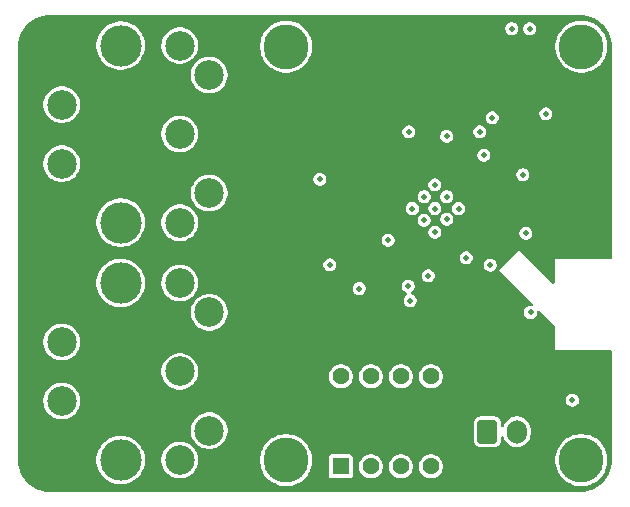
<source format=gbr>
%TF.GenerationSoftware,KiCad,Pcbnew,9.0.0*%
%TF.CreationDate,2025-04-07T16:50:41+02:00*%
%TF.ProjectId,TP_PROJ_S5,54505f50-524f-44a5-9f53-352e6b696361,rev?*%
%TF.SameCoordinates,Original*%
%TF.FileFunction,Copper,L3,Inr*%
%TF.FilePolarity,Positive*%
%FSLAX46Y46*%
G04 Gerber Fmt 4.6, Leading zero omitted, Abs format (unit mm)*
G04 Created by KiCad (PCBNEW 9.0.0) date 2025-04-07 16:50:41*
%MOMM*%
%LPD*%
G01*
G04 APERTURE LIST*
G04 Aperture macros list*
%AMRoundRect*
0 Rectangle with rounded corners*
0 $1 Rounding radius*
0 $2 $3 $4 $5 $6 $7 $8 $9 X,Y pos of 4 corners*
0 Add a 4 corners polygon primitive as box body*
4,1,4,$2,$3,$4,$5,$6,$7,$8,$9,$2,$3,0*
0 Add four circle primitives for the rounded corners*
1,1,$1+$1,$2,$3*
1,1,$1+$1,$4,$5*
1,1,$1+$1,$6,$7*
1,1,$1+$1,$8,$9*
0 Add four rect primitives between the rounded corners*
20,1,$1+$1,$2,$3,$4,$5,0*
20,1,$1+$1,$4,$5,$6,$7,0*
20,1,$1+$1,$6,$7,$8,$9,0*
20,1,$1+$1,$8,$9,$2,$3,0*%
G04 Aperture macros list end*
%TA.AperFunction,ComponentPad*%
%ADD10C,2.500000*%
%TD*%
%TA.AperFunction,ComponentPad*%
%ADD11C,3.500000*%
%TD*%
%TA.AperFunction,ComponentPad*%
%ADD12C,3.800000*%
%TD*%
%TA.AperFunction,ComponentPad*%
%ADD13R,1.438000X1.438000*%
%TD*%
%TA.AperFunction,ComponentPad*%
%ADD14C,1.438000*%
%TD*%
%TA.AperFunction,ComponentPad*%
%ADD15RoundRect,0.250000X-0.600000X-0.750000X0.600000X-0.750000X0.600000X0.750000X-0.600000X0.750000X0*%
%TD*%
%TA.AperFunction,ComponentPad*%
%ADD16O,1.700000X2.000000*%
%TD*%
%TA.AperFunction,ViaPad*%
%ADD17C,0.500000*%
%TD*%
G04 APERTURE END LIST*
D10*
%TO.N,N/C*%
%TO.C,J4*%
X105000000Y-130000000D03*
X105000000Y-125000000D03*
%TO.N,Net-(D2-A)*%
X117500000Y-122500000D03*
%TO.N,Net-(J4-Pad4)*%
X117500000Y-132500000D03*
%TO.N,unconnected-(J4-Pad3)*%
X115000000Y-120000000D03*
%TO.N,unconnected-(J4-Pad2)*%
X115000000Y-127500000D03*
%TO.N,unconnected-(J4-Pad1)*%
X115000000Y-135000000D03*
D11*
%TO.N,*%
X110000000Y-135000000D03*
X110000000Y-120000000D03*
%TD*%
%TO.N,*%
%TO.C,J5*%
X110000000Y-99900000D03*
X110000000Y-114900000D03*
D10*
%TO.N,unconnected-(J5-Pad1)*%
X115000000Y-114900000D03*
%TO.N,GND*%
X115000000Y-107400000D03*
%TO.N,unconnected-(J5-Pad3)*%
X115000000Y-99900000D03*
%TO.N,Net-(J5-Pad4)*%
X117500000Y-112400000D03*
%TO.N,Net-(J5-Pad5)*%
X117500000Y-102400000D03*
%TO.N,N/C*%
X105000000Y-104900000D03*
X105000000Y-109900000D03*
%TD*%
D12*
%TO.N,GND*%
%TO.C,H4*%
X149000000Y-135000000D03*
%TD*%
%TO.N,GND*%
%TO.C,H1*%
X124000000Y-100000000D03*
%TD*%
%TO.N,GND*%
%TO.C,H3*%
X124000000Y-135000000D03*
%TD*%
%TO.N,GND*%
%TO.C,H2*%
X149000000Y-100000000D03*
%TD*%
D13*
%TO.N,unconnected-(U4-NC-Pad1)*%
%TO.C,U4*%
X128640000Y-135540000D03*
D14*
%TO.N,Net-(D2-K)*%
X131180000Y-135540000D03*
%TO.N,unconnected-(U4-VO1-Pad7)*%
X131180000Y-127920000D03*
%TO.N,unconnected-(U4-VCC-Pad8)*%
X128640000Y-127920000D03*
%TO.N,Net-(D2-A)*%
X133720000Y-135540000D03*
%TO.N,unconnected-(U4-NC-Pad4)*%
X136260000Y-135540000D03*
%TO.N,Net-(JP2-A)*%
X133720000Y-127920000D03*
%TO.N,GND*%
X136260000Y-127920000D03*
%TD*%
D15*
%TO.N,BATT*%
%TO.C,J3*%
X141050000Y-132610000D03*
D16*
%TO.N,GND*%
X143550000Y-132610000D03*
%TD*%
D17*
%TO.N,GND*%
X144700000Y-122500000D03*
%TO.N,+3.3V*%
X120500000Y-109650000D03*
%TO.N,GND*%
X134400000Y-107200000D03*
X134700000Y-113700000D03*
X136600000Y-111700000D03*
X135700000Y-112700000D03*
X135700000Y-114700000D03*
X137600000Y-112700000D03*
X138600000Y-113700000D03*
X137600000Y-114600000D03*
X136600000Y-115700000D03*
X136600000Y-113700000D03*
X141300000Y-118500000D03*
X144300000Y-115800000D03*
X140400000Y-107200000D03*
%TO.N,+3.3V*%
X133300000Y-121100000D03*
X139900000Y-118300000D03*
%TO.N,/stm32/VCP_RX*%
X139250000Y-117880000D03*
X146000000Y-105680000D03*
%TO.N,+3.3V*%
X142100000Y-115705000D03*
%TO.N,/stm32/VCP_TX*%
X137600000Y-107580000D03*
X144623354Y-98500000D03*
%TO.N,/stm32/NRST*%
X143098198Y-98468628D03*
X130200000Y-120480000D03*
%TO.N,+3.3V*%
X138550000Y-109130000D03*
X134450000Y-109280000D03*
X138900000Y-105980000D03*
%TO.N,GND*%
X141450000Y-106030000D03*
X140750000Y-109180000D03*
%TO.N,Net-(U1-PH3)*%
X144050000Y-110830000D03*
X132650000Y-116380000D03*
%TO.N,GND*%
X126850000Y-111230000D03*
%TO.N,+3.3V*%
X126850000Y-112780000D03*
%TO.N,/stm32/TX_MIDI*%
X134500000Y-121500000D03*
X136030729Y-119400000D03*
%TO.N,+3.3V*%
X134879729Y-119630000D03*
%TO.N,GND*%
X134350000Y-120280000D03*
X127710589Y-118469411D03*
%TO.N,+3.3V*%
X138350000Y-125730000D03*
X140370000Y-124810000D03*
%TO.N,GND*%
X148250000Y-129930000D03*
%TO.N,+3.3V*%
X146450000Y-126530000D03*
%TD*%
%TA.AperFunction,Conductor*%
%TO.N,+3.3V*%
G36*
X148903472Y-97300695D02*
G01*
X149195306Y-97317084D01*
X149209103Y-97318638D01*
X149493827Y-97367015D01*
X149507384Y-97370109D01*
X149784899Y-97450060D01*
X149798025Y-97454653D01*
X150064841Y-97565172D01*
X150077355Y-97571198D01*
X150243444Y-97662992D01*
X150330125Y-97710899D01*
X150341899Y-97718297D01*
X150577430Y-97885415D01*
X150588302Y-97894085D01*
X150773388Y-98059488D01*
X150803642Y-98086524D01*
X150813475Y-98096357D01*
X151005914Y-98311697D01*
X151014584Y-98322569D01*
X151181702Y-98558100D01*
X151189100Y-98569874D01*
X151328797Y-98822637D01*
X151334830Y-98835165D01*
X151445346Y-99101975D01*
X151449939Y-99115100D01*
X151529890Y-99392615D01*
X151532984Y-99406172D01*
X151581359Y-99690885D01*
X151582916Y-99704703D01*
X151599305Y-99996527D01*
X151599500Y-100003480D01*
X151599500Y-117876000D01*
X151579815Y-117943039D01*
X151527011Y-117988794D01*
X151475500Y-118000000D01*
X146730199Y-118000000D01*
X146730199Y-119930837D01*
X146710514Y-119997876D01*
X146657710Y-120043631D01*
X146588552Y-120053575D01*
X146524996Y-120024550D01*
X146518518Y-120018518D01*
X143700000Y-117200000D01*
X142000000Y-118899999D01*
X142000000Y-118900000D01*
X144837819Y-121737819D01*
X144871304Y-121799142D01*
X144866320Y-121868834D01*
X144824448Y-121924767D01*
X144758984Y-121949184D01*
X144750138Y-121949500D01*
X144627525Y-121949500D01*
X144498993Y-121983940D01*
X144487511Y-121987017D01*
X144361988Y-122059488D01*
X144361982Y-122059493D01*
X144259493Y-122161982D01*
X144259488Y-122161988D01*
X144187017Y-122287511D01*
X144187016Y-122287515D01*
X144149500Y-122427525D01*
X144149500Y-122572475D01*
X144162778Y-122622027D01*
X144187017Y-122712488D01*
X144259488Y-122838011D01*
X144259490Y-122838013D01*
X144259491Y-122838015D01*
X144361985Y-122940509D01*
X144361986Y-122940510D01*
X144361988Y-122940511D01*
X144487511Y-123012982D01*
X144487512Y-123012982D01*
X144487515Y-123012984D01*
X144627525Y-123050500D01*
X144627528Y-123050500D01*
X144772472Y-123050500D01*
X144772475Y-123050500D01*
X144912485Y-123012984D01*
X145038015Y-122940509D01*
X145140509Y-122838015D01*
X145212984Y-122712485D01*
X145250500Y-122572475D01*
X145250500Y-122449862D01*
X145270185Y-122382823D01*
X145322989Y-122337068D01*
X145392147Y-122327124D01*
X145455703Y-122356149D01*
X145462181Y-122362181D01*
X146693880Y-123593880D01*
X146727365Y-123655203D01*
X146730199Y-123681561D01*
X146730199Y-125700000D01*
X151475500Y-125700000D01*
X151542539Y-125719685D01*
X151588294Y-125772489D01*
X151599500Y-125824000D01*
X151599500Y-134996519D01*
X151599305Y-135003472D01*
X151582916Y-135295296D01*
X151581359Y-135309114D01*
X151532984Y-135593827D01*
X151529890Y-135607384D01*
X151449939Y-135884899D01*
X151445346Y-135898024D01*
X151334830Y-136164834D01*
X151328797Y-136177362D01*
X151189100Y-136430125D01*
X151181702Y-136441899D01*
X151014584Y-136677430D01*
X151005914Y-136688302D01*
X150813475Y-136903642D01*
X150803642Y-136913475D01*
X150588302Y-137105914D01*
X150577430Y-137114584D01*
X150341899Y-137281702D01*
X150330125Y-137289100D01*
X150077362Y-137428797D01*
X150064834Y-137434830D01*
X149798024Y-137545346D01*
X149784899Y-137549939D01*
X149507384Y-137629890D01*
X149493827Y-137632984D01*
X149209114Y-137681359D01*
X149195296Y-137682916D01*
X148903472Y-137699305D01*
X148896519Y-137699500D01*
X104003481Y-137699500D01*
X103996528Y-137699305D01*
X103704703Y-137682916D01*
X103690885Y-137681359D01*
X103406172Y-137632984D01*
X103392615Y-137629890D01*
X103115100Y-137549939D01*
X103101975Y-137545346D01*
X102835165Y-137434830D01*
X102822637Y-137428797D01*
X102569874Y-137289100D01*
X102558100Y-137281702D01*
X102322569Y-137114584D01*
X102311697Y-137105914D01*
X102168337Y-136977800D01*
X102096355Y-136913473D01*
X102086524Y-136903642D01*
X102032320Y-136842988D01*
X101894085Y-136688302D01*
X101885415Y-136677430D01*
X101718297Y-136441899D01*
X101710899Y-136430125D01*
X101656609Y-136331894D01*
X101571198Y-136177355D01*
X101565172Y-136164841D01*
X101454653Y-135898024D01*
X101450060Y-135884899D01*
X101370109Y-135607384D01*
X101367015Y-135593827D01*
X101339217Y-135430219D01*
X101318638Y-135309103D01*
X101317084Y-135295306D01*
X101300695Y-135003472D01*
X101300500Y-134996519D01*
X101300500Y-134865602D01*
X107949500Y-134865602D01*
X107949500Y-135134397D01*
X107984582Y-135400880D01*
X107984583Y-135400885D01*
X107984584Y-135400891D01*
X107994952Y-135439585D01*
X108054152Y-135660524D01*
X108157011Y-135908850D01*
X108157019Y-135908866D01*
X108215458Y-136010083D01*
X108291413Y-136141641D01*
X108291415Y-136141644D01*
X108291416Y-136141645D01*
X108455042Y-136354888D01*
X108455048Y-136354895D01*
X108645104Y-136544951D01*
X108645111Y-136544957D01*
X108664060Y-136559497D01*
X108858359Y-136708587D01*
X109007968Y-136794964D01*
X109091133Y-136842980D01*
X109091149Y-136842988D01*
X109237582Y-136903642D01*
X109339474Y-136945847D01*
X109599109Y-137015416D01*
X109787319Y-137040193D01*
X109865602Y-137050500D01*
X109865603Y-137050500D01*
X110134398Y-137050500D01*
X110194905Y-137042534D01*
X110400891Y-137015416D01*
X110660526Y-136945847D01*
X110847457Y-136868417D01*
X110908850Y-136842988D01*
X110908853Y-136842986D01*
X110908859Y-136842984D01*
X111141641Y-136708587D01*
X111354890Y-136544956D01*
X111544956Y-136354890D01*
X111708587Y-136141641D01*
X111842984Y-135908859D01*
X111945847Y-135660526D01*
X112015416Y-135400891D01*
X112050500Y-135134397D01*
X112050500Y-134877973D01*
X113449500Y-134877973D01*
X113449500Y-135122026D01*
X113478044Y-135302248D01*
X113487679Y-135363076D01*
X113563096Y-135595185D01*
X113621008Y-135708845D01*
X113673896Y-135812642D01*
X113817339Y-136010076D01*
X113817343Y-136010081D01*
X113989918Y-136182656D01*
X113989923Y-136182660D01*
X114156736Y-136303856D01*
X114187361Y-136326106D01*
X114404815Y-136436904D01*
X114636924Y-136512321D01*
X114877973Y-136550500D01*
X114877974Y-136550500D01*
X115122026Y-136550500D01*
X115122027Y-136550500D01*
X115363076Y-136512321D01*
X115595185Y-136436904D01*
X115812639Y-136326106D01*
X116010083Y-136182655D01*
X116182655Y-136010083D01*
X116326106Y-135812639D01*
X116436904Y-135595185D01*
X116512321Y-135363076D01*
X116550500Y-135122027D01*
X116550500Y-134877973D01*
X116546985Y-134855778D01*
X121799500Y-134855778D01*
X121799500Y-135144221D01*
X121799501Y-135144238D01*
X121837149Y-135430206D01*
X121837150Y-135430211D01*
X121837151Y-135430217D01*
X121898862Y-135660526D01*
X121911809Y-135708844D01*
X121911814Y-135708860D01*
X122022191Y-135975336D01*
X122022199Y-135975352D01*
X122166420Y-136225148D01*
X122166431Y-136225164D01*
X122342024Y-136454002D01*
X122342030Y-136454009D01*
X122545990Y-136657969D01*
X122545997Y-136657975D01*
X122578755Y-136683111D01*
X122774844Y-136833575D01*
X122774851Y-136833579D01*
X123024647Y-136977800D01*
X123024663Y-136977808D01*
X123291139Y-137088185D01*
X123291145Y-137088186D01*
X123291155Y-137088191D01*
X123569783Y-137162849D01*
X123855772Y-137200500D01*
X123855779Y-137200500D01*
X124144221Y-137200500D01*
X124144228Y-137200500D01*
X124430217Y-137162849D01*
X124708845Y-137088191D01*
X124708857Y-137088185D01*
X124708860Y-137088185D01*
X124975336Y-136977808D01*
X124975339Y-136977806D01*
X124975345Y-136977804D01*
X125225156Y-136833575D01*
X125454004Y-136657974D01*
X125657974Y-136454004D01*
X125833575Y-136225156D01*
X125977804Y-135975345D01*
X126005341Y-135908866D01*
X126088185Y-135708860D01*
X126088185Y-135708857D01*
X126088191Y-135708845D01*
X126162849Y-135430217D01*
X126200500Y-135144228D01*
X126200500Y-134855772D01*
X126190015Y-134776131D01*
X127620500Y-134776131D01*
X127620500Y-136303856D01*
X127620502Y-136303882D01*
X127623413Y-136328987D01*
X127623415Y-136328991D01*
X127668793Y-136431764D01*
X127668794Y-136431765D01*
X127748235Y-136511206D01*
X127851009Y-136556585D01*
X127876135Y-136559500D01*
X129403864Y-136559499D01*
X129403879Y-136559497D01*
X129403882Y-136559497D01*
X129428987Y-136556586D01*
X129428988Y-136556585D01*
X129428991Y-136556585D01*
X129531765Y-136511206D01*
X129611206Y-136431765D01*
X129656585Y-136328991D01*
X129659500Y-136303865D01*
X129659499Y-135439583D01*
X130160500Y-135439583D01*
X130160500Y-135640416D01*
X130199677Y-135837369D01*
X130199679Y-135837377D01*
X130276529Y-136022911D01*
X130276534Y-136022920D01*
X130388102Y-136189892D01*
X130388105Y-136189896D01*
X130530103Y-136331894D01*
X130530107Y-136331897D01*
X130697079Y-136443465D01*
X130697085Y-136443468D01*
X130697086Y-136443469D01*
X130882623Y-136520321D01*
X131079573Y-136559497D01*
X131079583Y-136559499D01*
X131079586Y-136559500D01*
X131079588Y-136559500D01*
X131280414Y-136559500D01*
X131280415Y-136559499D01*
X131477377Y-136520321D01*
X131662914Y-136443469D01*
X131829893Y-136331897D01*
X131971897Y-136189893D01*
X132083469Y-136022914D01*
X132160321Y-135837377D01*
X132199500Y-135640412D01*
X132199500Y-135439588D01*
X132199500Y-135439585D01*
X132199499Y-135439583D01*
X132700500Y-135439583D01*
X132700500Y-135640416D01*
X132739677Y-135837369D01*
X132739679Y-135837377D01*
X132816529Y-136022911D01*
X132816534Y-136022920D01*
X132928102Y-136189892D01*
X132928105Y-136189896D01*
X133070103Y-136331894D01*
X133070107Y-136331897D01*
X133237079Y-136443465D01*
X133237085Y-136443468D01*
X133237086Y-136443469D01*
X133422623Y-136520321D01*
X133619573Y-136559497D01*
X133619583Y-136559499D01*
X133619586Y-136559500D01*
X133619588Y-136559500D01*
X133820414Y-136559500D01*
X133820415Y-136559499D01*
X134017377Y-136520321D01*
X134202914Y-136443469D01*
X134369893Y-136331897D01*
X134511897Y-136189893D01*
X134623469Y-136022914D01*
X134700321Y-135837377D01*
X134739500Y-135640412D01*
X134739500Y-135439588D01*
X134739500Y-135439585D01*
X134739499Y-135439583D01*
X135240500Y-135439583D01*
X135240500Y-135640416D01*
X135279677Y-135837369D01*
X135279679Y-135837377D01*
X135356529Y-136022911D01*
X135356534Y-136022920D01*
X135468102Y-136189892D01*
X135468105Y-136189896D01*
X135610103Y-136331894D01*
X135610107Y-136331897D01*
X135777079Y-136443465D01*
X135777085Y-136443468D01*
X135777086Y-136443469D01*
X135962623Y-136520321D01*
X136159573Y-136559497D01*
X136159583Y-136559499D01*
X136159586Y-136559500D01*
X136159588Y-136559500D01*
X136360414Y-136559500D01*
X136360415Y-136559499D01*
X136557377Y-136520321D01*
X136742914Y-136443469D01*
X136909893Y-136331897D01*
X137051897Y-136189893D01*
X137163469Y-136022914D01*
X137240321Y-135837377D01*
X137279500Y-135640412D01*
X137279500Y-135439588D01*
X137279500Y-135439585D01*
X137279499Y-135439583D01*
X137240322Y-135242630D01*
X137240321Y-135242623D01*
X137163469Y-135057086D01*
X137163468Y-135057085D01*
X137163465Y-135057079D01*
X137072275Y-134920604D01*
X137051897Y-134890107D01*
X137051894Y-134890103D01*
X137017569Y-134855778D01*
X146799500Y-134855778D01*
X146799500Y-135144221D01*
X146799501Y-135144238D01*
X146837149Y-135430206D01*
X146837150Y-135430211D01*
X146837151Y-135430217D01*
X146898862Y-135660526D01*
X146911809Y-135708844D01*
X146911814Y-135708860D01*
X147022191Y-135975336D01*
X147022199Y-135975352D01*
X147166420Y-136225148D01*
X147166431Y-136225164D01*
X147342024Y-136454002D01*
X147342030Y-136454009D01*
X147545990Y-136657969D01*
X147545997Y-136657975D01*
X147578755Y-136683111D01*
X147774844Y-136833575D01*
X147774851Y-136833579D01*
X148024647Y-136977800D01*
X148024663Y-136977808D01*
X148291139Y-137088185D01*
X148291145Y-137088186D01*
X148291155Y-137088191D01*
X148569783Y-137162849D01*
X148855772Y-137200500D01*
X148855779Y-137200500D01*
X149144221Y-137200500D01*
X149144228Y-137200500D01*
X149430217Y-137162849D01*
X149708845Y-137088191D01*
X149708857Y-137088185D01*
X149708860Y-137088185D01*
X149975336Y-136977808D01*
X149975339Y-136977806D01*
X149975345Y-136977804D01*
X150225156Y-136833575D01*
X150454004Y-136657974D01*
X150657974Y-136454004D01*
X150833575Y-136225156D01*
X150977804Y-135975345D01*
X151005341Y-135908866D01*
X151088185Y-135708860D01*
X151088185Y-135708857D01*
X151088191Y-135708845D01*
X151162849Y-135430217D01*
X151200500Y-135144228D01*
X151200500Y-134855772D01*
X151162849Y-134569783D01*
X151088191Y-134291155D01*
X151088186Y-134291145D01*
X151088185Y-134291139D01*
X150977808Y-134024663D01*
X150977800Y-134024647D01*
X150833579Y-133774851D01*
X150833575Y-133774844D01*
X150657974Y-133545996D01*
X150657969Y-133545990D01*
X150454009Y-133342030D01*
X150454002Y-133342024D01*
X150225164Y-133166431D01*
X150225162Y-133166429D01*
X150225156Y-133166425D01*
X150225151Y-133166422D01*
X150225148Y-133166420D01*
X149975352Y-133022199D01*
X149975336Y-133022191D01*
X149708860Y-132911814D01*
X149708848Y-132911810D01*
X149708845Y-132911809D01*
X149430217Y-132837151D01*
X149430211Y-132837150D01*
X149430206Y-132837149D01*
X149144238Y-132799501D01*
X149144233Y-132799500D01*
X149144228Y-132799500D01*
X148855772Y-132799500D01*
X148855766Y-132799500D01*
X148855761Y-132799501D01*
X148569793Y-132837149D01*
X148569786Y-132837150D01*
X148569783Y-132837151D01*
X148291155Y-132911809D01*
X148291139Y-132911814D01*
X148024663Y-133022191D01*
X148024647Y-133022199D01*
X147774851Y-133166420D01*
X147774835Y-133166431D01*
X147545997Y-133342024D01*
X147545990Y-133342030D01*
X147342030Y-133545990D01*
X147342024Y-133545997D01*
X147166431Y-133774835D01*
X147166420Y-133774851D01*
X147022199Y-134024647D01*
X147022191Y-134024663D01*
X146911814Y-134291139D01*
X146911809Y-134291155D01*
X146839859Y-134559679D01*
X146837152Y-134569780D01*
X146837149Y-134569793D01*
X146799501Y-134855761D01*
X146799500Y-134855778D01*
X137017569Y-134855778D01*
X136909896Y-134748105D01*
X136909892Y-134748102D01*
X136742920Y-134636534D01*
X136742911Y-134636529D01*
X136557377Y-134559679D01*
X136557369Y-134559677D01*
X136360415Y-134520500D01*
X136360412Y-134520500D01*
X136159588Y-134520500D01*
X136159585Y-134520500D01*
X135962630Y-134559677D01*
X135962622Y-134559679D01*
X135777088Y-134636529D01*
X135777079Y-134636534D01*
X135610107Y-134748102D01*
X135610103Y-134748105D01*
X135468105Y-134890103D01*
X135468102Y-134890107D01*
X135356534Y-135057079D01*
X135356529Y-135057088D01*
X135279679Y-135242622D01*
X135279677Y-135242630D01*
X135240500Y-135439583D01*
X134739499Y-135439583D01*
X134700322Y-135242630D01*
X134700321Y-135242623D01*
X134623469Y-135057086D01*
X134623468Y-135057085D01*
X134623465Y-135057079D01*
X134511897Y-134890107D01*
X134511894Y-134890103D01*
X134369896Y-134748105D01*
X134369892Y-134748102D01*
X134202920Y-134636534D01*
X134202911Y-134636529D01*
X134017377Y-134559679D01*
X134017369Y-134559677D01*
X133820415Y-134520500D01*
X133820412Y-134520500D01*
X133619588Y-134520500D01*
X133619585Y-134520500D01*
X133422630Y-134559677D01*
X133422622Y-134559679D01*
X133237088Y-134636529D01*
X133237079Y-134636534D01*
X133070107Y-134748102D01*
X133070103Y-134748105D01*
X132928105Y-134890103D01*
X132928102Y-134890107D01*
X132816534Y-135057079D01*
X132816529Y-135057088D01*
X132739679Y-135242622D01*
X132739677Y-135242630D01*
X132700500Y-135439583D01*
X132199499Y-135439583D01*
X132160322Y-135242630D01*
X132160321Y-135242623D01*
X132083469Y-135057086D01*
X132083468Y-135057085D01*
X132083465Y-135057079D01*
X131971897Y-134890107D01*
X131971894Y-134890103D01*
X131829896Y-134748105D01*
X131829892Y-134748102D01*
X131662920Y-134636534D01*
X131662911Y-134636529D01*
X131477377Y-134559679D01*
X131477369Y-134559677D01*
X131280415Y-134520500D01*
X131280412Y-134520500D01*
X131079588Y-134520500D01*
X131079585Y-134520500D01*
X130882630Y-134559677D01*
X130882622Y-134559679D01*
X130697088Y-134636529D01*
X130697079Y-134636534D01*
X130530107Y-134748102D01*
X130530103Y-134748105D01*
X130388105Y-134890103D01*
X130388102Y-134890107D01*
X130276534Y-135057079D01*
X130276529Y-135057088D01*
X130199679Y-135242622D01*
X130199677Y-135242630D01*
X130160500Y-135439583D01*
X129659499Y-135439583D01*
X129659499Y-134776136D01*
X129659497Y-134776117D01*
X129656586Y-134751012D01*
X129656585Y-134751010D01*
X129656585Y-134751009D01*
X129611206Y-134648235D01*
X129531765Y-134568794D01*
X129531763Y-134568793D01*
X129428992Y-134523415D01*
X129403865Y-134520500D01*
X127876143Y-134520500D01*
X127876117Y-134520502D01*
X127851012Y-134523413D01*
X127851008Y-134523415D01*
X127748235Y-134568793D01*
X127668794Y-134648234D01*
X127623415Y-134751006D01*
X127623415Y-134751008D01*
X127620500Y-134776131D01*
X126190015Y-134776131D01*
X126162849Y-134569783D01*
X126088191Y-134291155D01*
X126088186Y-134291145D01*
X126088185Y-134291139D01*
X125977808Y-134024663D01*
X125977800Y-134024647D01*
X125833579Y-133774851D01*
X125833575Y-133774844D01*
X125657974Y-133545996D01*
X125657969Y-133545990D01*
X125454009Y-133342030D01*
X125454002Y-133342024D01*
X125225164Y-133166431D01*
X125225162Y-133166429D01*
X125225156Y-133166425D01*
X125225151Y-133166422D01*
X125225148Y-133166420D01*
X124975352Y-133022199D01*
X124975336Y-133022191D01*
X124708860Y-132911814D01*
X124708848Y-132911810D01*
X124708845Y-132911809D01*
X124430217Y-132837151D01*
X124430211Y-132837150D01*
X124430206Y-132837149D01*
X124144238Y-132799501D01*
X124144233Y-132799500D01*
X124144228Y-132799500D01*
X123855772Y-132799500D01*
X123855766Y-132799500D01*
X123855761Y-132799501D01*
X123569793Y-132837149D01*
X123569786Y-132837150D01*
X123569783Y-132837151D01*
X123291155Y-132911809D01*
X123291139Y-132911814D01*
X123024663Y-133022191D01*
X123024647Y-133022199D01*
X122774851Y-133166420D01*
X122774835Y-133166431D01*
X122545997Y-133342024D01*
X122545990Y-133342030D01*
X122342030Y-133545990D01*
X122342024Y-133545997D01*
X122166431Y-133774835D01*
X122166420Y-133774851D01*
X122022199Y-134024647D01*
X122022191Y-134024663D01*
X121911814Y-134291139D01*
X121911809Y-134291155D01*
X121839859Y-134559679D01*
X121837152Y-134569780D01*
X121837149Y-134569793D01*
X121799501Y-134855761D01*
X121799500Y-134855778D01*
X116546985Y-134855778D01*
X116512321Y-134636924D01*
X116436904Y-134404815D01*
X116326106Y-134187361D01*
X116256204Y-134091149D01*
X116182660Y-133989923D01*
X116182656Y-133989918D01*
X116010081Y-133817343D01*
X116010076Y-133817339D01*
X115812642Y-133673896D01*
X115812641Y-133673895D01*
X115812639Y-133673894D01*
X115595185Y-133563096D01*
X115363076Y-133487679D01*
X115363074Y-133487678D01*
X115363072Y-133487678D01*
X115157055Y-133455048D01*
X115122027Y-133449500D01*
X114877973Y-133449500D01*
X114842983Y-133455042D01*
X114636927Y-133487678D01*
X114404812Y-133563097D01*
X114187357Y-133673896D01*
X113989923Y-133817339D01*
X113989918Y-133817343D01*
X113817343Y-133989918D01*
X113817339Y-133989923D01*
X113673896Y-134187357D01*
X113563097Y-134404812D01*
X113487678Y-134636927D01*
X113449500Y-134877973D01*
X112050500Y-134877973D01*
X112050500Y-134865603D01*
X112015416Y-134599109D01*
X111945847Y-134339474D01*
X111882838Y-134187357D01*
X111842988Y-134091149D01*
X111842980Y-134091133D01*
X111753935Y-133936904D01*
X111708587Y-133858359D01*
X111544956Y-133645110D01*
X111544951Y-133645104D01*
X111354895Y-133455048D01*
X111354888Y-133455042D01*
X111141645Y-133291416D01*
X111141644Y-133291415D01*
X111141641Y-133291413D01*
X111048832Y-133237830D01*
X110908866Y-133157019D01*
X110908850Y-133157011D01*
X110660524Y-133054152D01*
X110529169Y-133018956D01*
X110400891Y-132984584D01*
X110400885Y-132984583D01*
X110400880Y-132984582D01*
X110134398Y-132949500D01*
X110134397Y-132949500D01*
X109865603Y-132949500D01*
X109865602Y-132949500D01*
X109599119Y-132984582D01*
X109599112Y-132984583D01*
X109599109Y-132984584D01*
X109579154Y-132989931D01*
X109339475Y-133054152D01*
X109091149Y-133157011D01*
X109091133Y-133157019D01*
X108858354Y-133291416D01*
X108645111Y-133455042D01*
X108645104Y-133455048D01*
X108455048Y-133645104D01*
X108455042Y-133645111D01*
X108291416Y-133858354D01*
X108157019Y-134091133D01*
X108157011Y-134091149D01*
X108054152Y-134339475D01*
X107984585Y-134599106D01*
X107984582Y-134599119D01*
X107949500Y-134865602D01*
X101300500Y-134865602D01*
X101300500Y-132377973D01*
X115949500Y-132377973D01*
X115949500Y-132622026D01*
X115983572Y-132837149D01*
X115987679Y-132863076D01*
X116063096Y-133095185D01*
X116163080Y-133291416D01*
X116173896Y-133312642D01*
X116317339Y-133510076D01*
X116317343Y-133510081D01*
X116489918Y-133682656D01*
X116489923Y-133682660D01*
X116616814Y-133774851D01*
X116687361Y-133826106D01*
X116904815Y-133936904D01*
X117136924Y-134012321D01*
X117377973Y-134050500D01*
X117377974Y-134050500D01*
X117622026Y-134050500D01*
X117622027Y-134050500D01*
X117863076Y-134012321D01*
X118095185Y-133936904D01*
X118312639Y-133826106D01*
X118510083Y-133682655D01*
X118682655Y-133510083D01*
X118826106Y-133312639D01*
X118936904Y-133095185D01*
X119012321Y-132863076D01*
X119050500Y-132622027D01*
X119050500Y-132377973D01*
X119012321Y-132136924D01*
X118936904Y-131904815D01*
X118936901Y-131904809D01*
X118918905Y-131869488D01*
X118918904Y-131869487D01*
X118892108Y-131816898D01*
X139899500Y-131816898D01*
X139899500Y-133403102D01*
X139905072Y-133449500D01*
X139910122Y-133491561D01*
X139910122Y-133491563D01*
X139910123Y-133491564D01*
X139917423Y-133510076D01*
X139965639Y-133632343D01*
X140057077Y-133752922D01*
X140177656Y-133844360D01*
X140177657Y-133844360D01*
X140177658Y-133844361D01*
X140318436Y-133899877D01*
X140406898Y-133910500D01*
X140406903Y-133910500D01*
X141693097Y-133910500D01*
X141693102Y-133910500D01*
X141781564Y-133899877D01*
X141922342Y-133844361D01*
X142042922Y-133752922D01*
X142134361Y-133632342D01*
X142189877Y-133491564D01*
X142200500Y-133403102D01*
X142200500Y-133112669D01*
X142220185Y-133045630D01*
X142272989Y-132999875D01*
X142342147Y-132989931D01*
X142405703Y-133018956D01*
X142442431Y-133074351D01*
X142483787Y-133201636D01*
X142483788Y-133201639D01*
X142529531Y-133291413D01*
X142555322Y-133342030D01*
X142566006Y-133362997D01*
X142672441Y-133509494D01*
X142672445Y-133509499D01*
X142800500Y-133637554D01*
X142800505Y-133637558D01*
X142928287Y-133730396D01*
X142947006Y-133743996D01*
X143052484Y-133797740D01*
X143108360Y-133826211D01*
X143108363Y-133826212D01*
X143194476Y-133854191D01*
X143280591Y-133882171D01*
X143363429Y-133895291D01*
X143459449Y-133910500D01*
X143459454Y-133910500D01*
X143640551Y-133910500D01*
X143727259Y-133896765D01*
X143819409Y-133882171D01*
X143991639Y-133826211D01*
X144152994Y-133743996D01*
X144299501Y-133637553D01*
X144427553Y-133509501D01*
X144533996Y-133362994D01*
X144616211Y-133201639D01*
X144672171Y-133029409D01*
X144690797Y-132911809D01*
X144700500Y-132850551D01*
X144700500Y-132369448D01*
X144676608Y-132218608D01*
X144672171Y-132190591D01*
X144616211Y-132018361D01*
X144616211Y-132018360D01*
X144558356Y-131904815D01*
X144533996Y-131857006D01*
X144504856Y-131816898D01*
X144427558Y-131710505D01*
X144427554Y-131710500D01*
X144299499Y-131582445D01*
X144299494Y-131582441D01*
X144152997Y-131476006D01*
X144152996Y-131476005D01*
X144152994Y-131476004D01*
X144101300Y-131449664D01*
X143991639Y-131393788D01*
X143991636Y-131393787D01*
X143819410Y-131337829D01*
X143640551Y-131309500D01*
X143640546Y-131309500D01*
X143459454Y-131309500D01*
X143459449Y-131309500D01*
X143280589Y-131337829D01*
X143108363Y-131393787D01*
X143108360Y-131393788D01*
X142947002Y-131476006D01*
X142800505Y-131582441D01*
X142800500Y-131582445D01*
X142672445Y-131710500D01*
X142672441Y-131710505D01*
X142566006Y-131857002D01*
X142483788Y-132018360D01*
X142483787Y-132018363D01*
X142442431Y-132145648D01*
X142402994Y-132203323D01*
X142338635Y-132230522D01*
X142269789Y-132218608D01*
X142218313Y-132171364D01*
X142200500Y-132107330D01*
X142200500Y-131816903D01*
X142200500Y-131816898D01*
X142189877Y-131728436D01*
X142134361Y-131587658D01*
X142134360Y-131587657D01*
X142134360Y-131587656D01*
X142042922Y-131467077D01*
X141922343Y-131375639D01*
X141826192Y-131337722D01*
X141781564Y-131320123D01*
X141781563Y-131320122D01*
X141781561Y-131320122D01*
X141735926Y-131314642D01*
X141693102Y-131309500D01*
X140406898Y-131309500D01*
X140367853Y-131314188D01*
X140318438Y-131320122D01*
X140177656Y-131375639D01*
X140057077Y-131467077D01*
X139965639Y-131587656D01*
X139910122Y-131728438D01*
X139904188Y-131777853D01*
X139899500Y-131816898D01*
X118892108Y-131816898D01*
X118888939Y-131810679D01*
X118826106Y-131687361D01*
X118753668Y-131587658D01*
X118682660Y-131489923D01*
X118682656Y-131489918D01*
X118510081Y-131317343D01*
X118510076Y-131317339D01*
X118312642Y-131173896D01*
X118312641Y-131173895D01*
X118312639Y-131173894D01*
X118095185Y-131063096D01*
X117863076Y-130987679D01*
X117863074Y-130987678D01*
X117863072Y-130987678D01*
X117694769Y-130961021D01*
X117622027Y-130949500D01*
X117377973Y-130949500D01*
X117322093Y-130958350D01*
X117136927Y-130987678D01*
X116904812Y-131063097D01*
X116687357Y-131173896D01*
X116489923Y-131317339D01*
X116489918Y-131317343D01*
X116317343Y-131489918D01*
X116317339Y-131489923D01*
X116173896Y-131687357D01*
X116063097Y-131904812D01*
X115987678Y-132136927D01*
X115949500Y-132377973D01*
X101300500Y-132377973D01*
X101300500Y-129877973D01*
X103449500Y-129877973D01*
X103449500Y-130122026D01*
X103472622Y-130268015D01*
X103487679Y-130363076D01*
X103525832Y-130480500D01*
X103563097Y-130595187D01*
X103673896Y-130812642D01*
X103817339Y-131010076D01*
X103817343Y-131010081D01*
X103989918Y-131182656D01*
X103989923Y-131182660D01*
X104162136Y-131307779D01*
X104187361Y-131326106D01*
X104404815Y-131436904D01*
X104636924Y-131512321D01*
X104877973Y-131550500D01*
X104877974Y-131550500D01*
X105122026Y-131550500D01*
X105122027Y-131550500D01*
X105363076Y-131512321D01*
X105595185Y-131436904D01*
X105812639Y-131326106D01*
X106010083Y-131182655D01*
X106182655Y-131010083D01*
X106326106Y-130812639D01*
X106436904Y-130595185D01*
X106512321Y-130363076D01*
X106550500Y-130122027D01*
X106550500Y-129877973D01*
X106547261Y-129857525D01*
X147699500Y-129857525D01*
X147699500Y-130002475D01*
X147737016Y-130142485D01*
X147737017Y-130142488D01*
X147809488Y-130268011D01*
X147809490Y-130268013D01*
X147809491Y-130268015D01*
X147911985Y-130370509D01*
X147911986Y-130370510D01*
X147911988Y-130370511D01*
X148037511Y-130442982D01*
X148037512Y-130442982D01*
X148037515Y-130442984D01*
X148177525Y-130480500D01*
X148177528Y-130480500D01*
X148322472Y-130480500D01*
X148322475Y-130480500D01*
X148462485Y-130442984D01*
X148588015Y-130370509D01*
X148690509Y-130268015D01*
X148762984Y-130142485D01*
X148800500Y-130002475D01*
X148800500Y-129857525D01*
X148762984Y-129717515D01*
X148716456Y-129636927D01*
X148690511Y-129591988D01*
X148690506Y-129591982D01*
X148588017Y-129489493D01*
X148588011Y-129489488D01*
X148462488Y-129417017D01*
X148462489Y-129417017D01*
X148451006Y-129413940D01*
X148322475Y-129379500D01*
X148177525Y-129379500D01*
X148048993Y-129413940D01*
X148037511Y-129417017D01*
X147911988Y-129489488D01*
X147911982Y-129489493D01*
X147809493Y-129591982D01*
X147809488Y-129591988D01*
X147737017Y-129717511D01*
X147737016Y-129717515D01*
X147699500Y-129857525D01*
X106547261Y-129857525D01*
X106512321Y-129636924D01*
X106436904Y-129404815D01*
X106326106Y-129187361D01*
X106226671Y-129050500D01*
X106182660Y-128989923D01*
X106182656Y-128989918D01*
X106010081Y-128817343D01*
X106010076Y-128817339D01*
X105812642Y-128673896D01*
X105812641Y-128673895D01*
X105812639Y-128673894D01*
X105595185Y-128563096D01*
X105363076Y-128487679D01*
X105363074Y-128487678D01*
X105363072Y-128487678D01*
X105194769Y-128461021D01*
X105122027Y-128449500D01*
X104877973Y-128449500D01*
X104822093Y-128458350D01*
X104636927Y-128487678D01*
X104404812Y-128563097D01*
X104187357Y-128673896D01*
X103989923Y-128817339D01*
X103989918Y-128817343D01*
X103817343Y-128989918D01*
X103817339Y-128989923D01*
X103673896Y-129187357D01*
X103563097Y-129404812D01*
X103487678Y-129636927D01*
X103449500Y-129877973D01*
X101300500Y-129877973D01*
X101300500Y-127377973D01*
X113449500Y-127377973D01*
X113449500Y-127622027D01*
X113449596Y-127622630D01*
X113487678Y-127863072D01*
X113487678Y-127863074D01*
X113487679Y-127863076D01*
X113538801Y-128020414D01*
X113563097Y-128095187D01*
X113673896Y-128312642D01*
X113817339Y-128510076D01*
X113817343Y-128510081D01*
X113989918Y-128682656D01*
X113989923Y-128682660D01*
X114030165Y-128711897D01*
X114187361Y-128826106D01*
X114404815Y-128936904D01*
X114636924Y-129012321D01*
X114877973Y-129050500D01*
X114877974Y-129050500D01*
X115122026Y-129050500D01*
X115122027Y-129050500D01*
X115363076Y-129012321D01*
X115595185Y-128936904D01*
X115812639Y-128826106D01*
X116010083Y-128682655D01*
X116182655Y-128510083D01*
X116326106Y-128312639D01*
X116436904Y-128095185D01*
X116512321Y-127863076D01*
X116519210Y-127819583D01*
X127620500Y-127819583D01*
X127620500Y-128020416D01*
X127659677Y-128217369D01*
X127659679Y-128217377D01*
X127736529Y-128402911D01*
X127736534Y-128402920D01*
X127848102Y-128569892D01*
X127848105Y-128569896D01*
X127990103Y-128711894D01*
X127990107Y-128711897D01*
X128157079Y-128823465D01*
X128157085Y-128823468D01*
X128157086Y-128823469D01*
X128342623Y-128900321D01*
X128526527Y-128936902D01*
X128539583Y-128939499D01*
X128539586Y-128939500D01*
X128539588Y-128939500D01*
X128740414Y-128939500D01*
X128740415Y-128939499D01*
X128937377Y-128900321D01*
X129122914Y-128823469D01*
X129289893Y-128711897D01*
X129431897Y-128569893D01*
X129543469Y-128402914D01*
X129620321Y-128217377D01*
X129659500Y-128020412D01*
X129659500Y-127819588D01*
X129659500Y-127819585D01*
X129659499Y-127819583D01*
X130160500Y-127819583D01*
X130160500Y-128020416D01*
X130199677Y-128217369D01*
X130199679Y-128217377D01*
X130276529Y-128402911D01*
X130276534Y-128402920D01*
X130388102Y-128569892D01*
X130388105Y-128569896D01*
X130530103Y-128711894D01*
X130530107Y-128711897D01*
X130697079Y-128823465D01*
X130697085Y-128823468D01*
X130697086Y-128823469D01*
X130882623Y-128900321D01*
X131066527Y-128936902D01*
X131079583Y-128939499D01*
X131079586Y-128939500D01*
X131079588Y-128939500D01*
X131280414Y-128939500D01*
X131280415Y-128939499D01*
X131477377Y-128900321D01*
X131662914Y-128823469D01*
X131829893Y-128711897D01*
X131971897Y-128569893D01*
X132083469Y-128402914D01*
X132160321Y-128217377D01*
X132199500Y-128020412D01*
X132199500Y-127819588D01*
X132199500Y-127819585D01*
X132199499Y-127819583D01*
X132700500Y-127819583D01*
X132700500Y-128020416D01*
X132739677Y-128217369D01*
X132739679Y-128217377D01*
X132816529Y-128402911D01*
X132816534Y-128402920D01*
X132928102Y-128569892D01*
X132928105Y-128569896D01*
X133070103Y-128711894D01*
X133070107Y-128711897D01*
X133237079Y-128823465D01*
X133237085Y-128823468D01*
X133237086Y-128823469D01*
X133422623Y-128900321D01*
X133606527Y-128936902D01*
X133619583Y-128939499D01*
X133619586Y-128939500D01*
X133619588Y-128939500D01*
X133820414Y-128939500D01*
X133820415Y-128939499D01*
X134017377Y-128900321D01*
X134202914Y-128823469D01*
X134369893Y-128711897D01*
X134511897Y-128569893D01*
X134623469Y-128402914D01*
X134700321Y-128217377D01*
X134739500Y-128020412D01*
X134739500Y-127819588D01*
X134739500Y-127819585D01*
X134739499Y-127819583D01*
X135240500Y-127819583D01*
X135240500Y-128020416D01*
X135279677Y-128217369D01*
X135279679Y-128217377D01*
X135356529Y-128402911D01*
X135356534Y-128402920D01*
X135468102Y-128569892D01*
X135468105Y-128569896D01*
X135610103Y-128711894D01*
X135610107Y-128711897D01*
X135777079Y-128823465D01*
X135777085Y-128823468D01*
X135777086Y-128823469D01*
X135962623Y-128900321D01*
X136146527Y-128936902D01*
X136159583Y-128939499D01*
X136159586Y-128939500D01*
X136159588Y-128939500D01*
X136360414Y-128939500D01*
X136360415Y-128939499D01*
X136557377Y-128900321D01*
X136742914Y-128823469D01*
X136909893Y-128711897D01*
X137051897Y-128569893D01*
X137163469Y-128402914D01*
X137240321Y-128217377D01*
X137279500Y-128020412D01*
X137279500Y-127819588D01*
X137279500Y-127819585D01*
X137279499Y-127819583D01*
X137240322Y-127622630D01*
X137240321Y-127622623D01*
X137163469Y-127437086D01*
X137163468Y-127437085D01*
X137163465Y-127437079D01*
X137051897Y-127270107D01*
X137051894Y-127270103D01*
X136909896Y-127128105D01*
X136909892Y-127128102D01*
X136742920Y-127016534D01*
X136742911Y-127016529D01*
X136557377Y-126939679D01*
X136557369Y-126939677D01*
X136360415Y-126900500D01*
X136360412Y-126900500D01*
X136159588Y-126900500D01*
X136159585Y-126900500D01*
X135962630Y-126939677D01*
X135962622Y-126939679D01*
X135777088Y-127016529D01*
X135777079Y-127016534D01*
X135610107Y-127128102D01*
X135610103Y-127128105D01*
X135468105Y-127270103D01*
X135468102Y-127270107D01*
X135356534Y-127437079D01*
X135356529Y-127437088D01*
X135279679Y-127622622D01*
X135279677Y-127622630D01*
X135240500Y-127819583D01*
X134739499Y-127819583D01*
X134700322Y-127622630D01*
X134700321Y-127622623D01*
X134623469Y-127437086D01*
X134623468Y-127437085D01*
X134623465Y-127437079D01*
X134511897Y-127270107D01*
X134511894Y-127270103D01*
X134369896Y-127128105D01*
X134369892Y-127128102D01*
X134202920Y-127016534D01*
X134202911Y-127016529D01*
X134017377Y-126939679D01*
X134017369Y-126939677D01*
X133820415Y-126900500D01*
X133820412Y-126900500D01*
X133619588Y-126900500D01*
X133619585Y-126900500D01*
X133422630Y-126939677D01*
X133422622Y-126939679D01*
X133237088Y-127016529D01*
X133237079Y-127016534D01*
X133070107Y-127128102D01*
X133070103Y-127128105D01*
X132928105Y-127270103D01*
X132928102Y-127270107D01*
X132816534Y-127437079D01*
X132816529Y-127437088D01*
X132739679Y-127622622D01*
X132739677Y-127622630D01*
X132700500Y-127819583D01*
X132199499Y-127819583D01*
X132160322Y-127622630D01*
X132160321Y-127622623D01*
X132083469Y-127437086D01*
X132083468Y-127437085D01*
X132083465Y-127437079D01*
X131971897Y-127270107D01*
X131971894Y-127270103D01*
X131829896Y-127128105D01*
X131829892Y-127128102D01*
X131662920Y-127016534D01*
X131662911Y-127016529D01*
X131477377Y-126939679D01*
X131477369Y-126939677D01*
X131280415Y-126900500D01*
X131280412Y-126900500D01*
X131079588Y-126900500D01*
X131079585Y-126900500D01*
X130882630Y-126939677D01*
X130882622Y-126939679D01*
X130697088Y-127016529D01*
X130697079Y-127016534D01*
X130530107Y-127128102D01*
X130530103Y-127128105D01*
X130388105Y-127270103D01*
X130388102Y-127270107D01*
X130276534Y-127437079D01*
X130276529Y-127437088D01*
X130199679Y-127622622D01*
X130199677Y-127622630D01*
X130160500Y-127819583D01*
X129659499Y-127819583D01*
X129620322Y-127622630D01*
X129620321Y-127622623D01*
X129543469Y-127437086D01*
X129543468Y-127437085D01*
X129543465Y-127437079D01*
X129431897Y-127270107D01*
X129431894Y-127270103D01*
X129289896Y-127128105D01*
X129289892Y-127128102D01*
X129122920Y-127016534D01*
X129122911Y-127016529D01*
X128937377Y-126939679D01*
X128937369Y-126939677D01*
X128740415Y-126900500D01*
X128740412Y-126900500D01*
X128539588Y-126900500D01*
X128539585Y-126900500D01*
X128342630Y-126939677D01*
X128342622Y-126939679D01*
X128157088Y-127016529D01*
X128157079Y-127016534D01*
X127990107Y-127128102D01*
X127990103Y-127128105D01*
X127848105Y-127270103D01*
X127848102Y-127270107D01*
X127736534Y-127437079D01*
X127736529Y-127437088D01*
X127659679Y-127622622D01*
X127659677Y-127622630D01*
X127620500Y-127819583D01*
X116519210Y-127819583D01*
X116550500Y-127622027D01*
X116550500Y-127377973D01*
X116512321Y-127136924D01*
X116436904Y-126904815D01*
X116326106Y-126687361D01*
X116226671Y-126550500D01*
X116182660Y-126489923D01*
X116182656Y-126489918D01*
X116010081Y-126317343D01*
X116010076Y-126317339D01*
X115812642Y-126173896D01*
X115812641Y-126173895D01*
X115812639Y-126173894D01*
X115595185Y-126063096D01*
X115363076Y-125987679D01*
X115363074Y-125987678D01*
X115363072Y-125987678D01*
X115194769Y-125961021D01*
X115122027Y-125949500D01*
X114877973Y-125949500D01*
X114822093Y-125958350D01*
X114636927Y-125987678D01*
X114404812Y-126063097D01*
X114187357Y-126173896D01*
X113989923Y-126317339D01*
X113989918Y-126317343D01*
X113817343Y-126489918D01*
X113817339Y-126489923D01*
X113673896Y-126687357D01*
X113563097Y-126904812D01*
X113487678Y-127136927D01*
X113449500Y-127377973D01*
X101300500Y-127377973D01*
X101300500Y-124877973D01*
X103449500Y-124877973D01*
X103449500Y-125122026D01*
X103487678Y-125363072D01*
X103563097Y-125595187D01*
X103673896Y-125812642D01*
X103817339Y-126010076D01*
X103817343Y-126010081D01*
X103989918Y-126182656D01*
X103989923Y-126182660D01*
X104162136Y-126307779D01*
X104187361Y-126326106D01*
X104404815Y-126436904D01*
X104636924Y-126512321D01*
X104877973Y-126550500D01*
X104877974Y-126550500D01*
X105122026Y-126550500D01*
X105122027Y-126550500D01*
X105363076Y-126512321D01*
X105595185Y-126436904D01*
X105812639Y-126326106D01*
X106010083Y-126182655D01*
X106182655Y-126010083D01*
X106326106Y-125812639D01*
X106436904Y-125595185D01*
X106512321Y-125363076D01*
X106550500Y-125122027D01*
X106550500Y-124877973D01*
X106512321Y-124636924D01*
X106436904Y-124404815D01*
X106326106Y-124187361D01*
X106226671Y-124050500D01*
X106182660Y-123989923D01*
X106182656Y-123989918D01*
X106010081Y-123817343D01*
X106010076Y-123817339D01*
X105812642Y-123673896D01*
X105812641Y-123673895D01*
X105812639Y-123673894D01*
X105595185Y-123563096D01*
X105363076Y-123487679D01*
X105363074Y-123487678D01*
X105363072Y-123487678D01*
X105194769Y-123461021D01*
X105122027Y-123449500D01*
X104877973Y-123449500D01*
X104822093Y-123458350D01*
X104636927Y-123487678D01*
X104404812Y-123563097D01*
X104187357Y-123673896D01*
X103989923Y-123817339D01*
X103989918Y-123817343D01*
X103817343Y-123989918D01*
X103817339Y-123989923D01*
X103673896Y-124187357D01*
X103563097Y-124404812D01*
X103487678Y-124636927D01*
X103449500Y-124877973D01*
X101300500Y-124877973D01*
X101300500Y-122377973D01*
X115949500Y-122377973D01*
X115949500Y-122622026D01*
X115983709Y-122838015D01*
X115987679Y-122863076D01*
X116036387Y-123012984D01*
X116063097Y-123095187D01*
X116173896Y-123312642D01*
X116317339Y-123510076D01*
X116317343Y-123510081D01*
X116489918Y-123682656D01*
X116489923Y-123682660D01*
X116662136Y-123807779D01*
X116687361Y-123826106D01*
X116904815Y-123936904D01*
X117136924Y-124012321D01*
X117377973Y-124050500D01*
X117377974Y-124050500D01*
X117622026Y-124050500D01*
X117622027Y-124050500D01*
X117863076Y-124012321D01*
X118095185Y-123936904D01*
X118312639Y-123826106D01*
X118510083Y-123682655D01*
X118682655Y-123510083D01*
X118826106Y-123312639D01*
X118936904Y-123095185D01*
X119012321Y-122863076D01*
X119050500Y-122622027D01*
X119050500Y-122377973D01*
X119012321Y-122136924D01*
X118936904Y-121904815D01*
X118826106Y-121687361D01*
X118722643Y-121544956D01*
X118682660Y-121489923D01*
X118682656Y-121489918D01*
X118510081Y-121317343D01*
X118510076Y-121317339D01*
X118312642Y-121173896D01*
X118312641Y-121173895D01*
X118312639Y-121173894D01*
X118095185Y-121063096D01*
X117863076Y-120987679D01*
X117863074Y-120987678D01*
X117863072Y-120987678D01*
X117694769Y-120961021D01*
X117622027Y-120949500D01*
X117377973Y-120949500D01*
X117322093Y-120958350D01*
X117136927Y-120987678D01*
X116904812Y-121063097D01*
X116687357Y-121173896D01*
X116489923Y-121317339D01*
X116489918Y-121317343D01*
X116317343Y-121489918D01*
X116317339Y-121489923D01*
X116173896Y-121687357D01*
X116063097Y-121904812D01*
X115987678Y-122136927D01*
X115949500Y-122377973D01*
X101300500Y-122377973D01*
X101300500Y-119865602D01*
X107949500Y-119865602D01*
X107949500Y-120134397D01*
X107984582Y-120400880D01*
X107984583Y-120400885D01*
X107984584Y-120400891D01*
X108009127Y-120492485D01*
X108054152Y-120660524D01*
X108157011Y-120908850D01*
X108157019Y-120908866D01*
X108227893Y-121031621D01*
X108291413Y-121141641D01*
X108291415Y-121141644D01*
X108291416Y-121141645D01*
X108455042Y-121354888D01*
X108455048Y-121354895D01*
X108645104Y-121544951D01*
X108645111Y-121544957D01*
X108770387Y-121641084D01*
X108858359Y-121708587D01*
X109007968Y-121794964D01*
X109091133Y-121842980D01*
X109091149Y-121842988D01*
X109240407Y-121904812D01*
X109339474Y-121945847D01*
X109599109Y-122015416D01*
X109787319Y-122040193D01*
X109865602Y-122050500D01*
X109865603Y-122050500D01*
X110134398Y-122050500D01*
X110194905Y-122042534D01*
X110400891Y-122015416D01*
X110660526Y-121945847D01*
X110847457Y-121868417D01*
X110908850Y-121842988D01*
X110908853Y-121842986D01*
X110908859Y-121842984D01*
X111141641Y-121708587D01*
X111354890Y-121544956D01*
X111544956Y-121354890D01*
X111708587Y-121141641D01*
X111842984Y-120908859D01*
X111945847Y-120660526D01*
X112015416Y-120400891D01*
X112050500Y-120134397D01*
X112050500Y-119877973D01*
X113449500Y-119877973D01*
X113449500Y-120122027D01*
X113487679Y-120363076D01*
X113563096Y-120595185D01*
X113670995Y-120806950D01*
X113673896Y-120812642D01*
X113817339Y-121010076D01*
X113817343Y-121010081D01*
X113989918Y-121182656D01*
X113989923Y-121182660D01*
X114134239Y-121287511D01*
X114187361Y-121326106D01*
X114404815Y-121436904D01*
X114636924Y-121512321D01*
X114877973Y-121550500D01*
X114877974Y-121550500D01*
X115122026Y-121550500D01*
X115122027Y-121550500D01*
X115363076Y-121512321D01*
X115595185Y-121436904D01*
X115812639Y-121326106D01*
X116010083Y-121182655D01*
X116182655Y-121010083D01*
X116326106Y-120812639D01*
X116436904Y-120595185D01*
X116497879Y-120407525D01*
X129649500Y-120407525D01*
X129649500Y-120552475D01*
X129678452Y-120660524D01*
X129687017Y-120692488D01*
X129759488Y-120818011D01*
X129759490Y-120818013D01*
X129759491Y-120818015D01*
X129861985Y-120920509D01*
X129861986Y-120920510D01*
X129861988Y-120920511D01*
X129987511Y-120992982D01*
X129987512Y-120992982D01*
X129987515Y-120992984D01*
X130127525Y-121030500D01*
X130127528Y-121030500D01*
X130272472Y-121030500D01*
X130272475Y-121030500D01*
X130412485Y-120992984D01*
X130538015Y-120920509D01*
X130640509Y-120818015D01*
X130712984Y-120692485D01*
X130750500Y-120552475D01*
X130750500Y-120407525D01*
X130712984Y-120267515D01*
X130712982Y-120267511D01*
X130709454Y-120261400D01*
X130709453Y-120261399D01*
X130704051Y-120252044D01*
X130678348Y-120207525D01*
X133799500Y-120207525D01*
X133799500Y-120352475D01*
X133837016Y-120492485D01*
X133837017Y-120492488D01*
X133909488Y-120618011D01*
X133909490Y-120618013D01*
X133909491Y-120618015D01*
X134011985Y-120720509D01*
X134137515Y-120792984D01*
X134180347Y-120804461D01*
X134240007Y-120840825D01*
X134270536Y-120903672D01*
X134262241Y-120973047D01*
X134217756Y-121026925D01*
X134210255Y-121031621D01*
X134161988Y-121059489D01*
X134161982Y-121059493D01*
X134059493Y-121161982D01*
X134059488Y-121161988D01*
X133987017Y-121287511D01*
X133987016Y-121287515D01*
X133949500Y-121427525D01*
X133949500Y-121572475D01*
X133985972Y-121708587D01*
X133987017Y-121712488D01*
X134059488Y-121838011D01*
X134059490Y-121838013D01*
X134059491Y-121838015D01*
X134161985Y-121940509D01*
X134161986Y-121940510D01*
X134161988Y-121940511D01*
X134287511Y-122012982D01*
X134287512Y-122012982D01*
X134287515Y-122012984D01*
X134427525Y-122050500D01*
X134427528Y-122050500D01*
X134572472Y-122050500D01*
X134572475Y-122050500D01*
X134712485Y-122012984D01*
X134838015Y-121940509D01*
X134940509Y-121838015D01*
X135012984Y-121712485D01*
X135050500Y-121572475D01*
X135050500Y-121427525D01*
X135012984Y-121287515D01*
X134952443Y-121182656D01*
X134940511Y-121161988D01*
X134940506Y-121161982D01*
X134838017Y-121059493D01*
X134838011Y-121059488D01*
X134712488Y-120987017D01*
X134712484Y-120987015D01*
X134669651Y-120975538D01*
X134609991Y-120939173D01*
X134579463Y-120876326D01*
X134587758Y-120806950D01*
X134632244Y-120753073D01*
X134639746Y-120748377D01*
X134688015Y-120720509D01*
X134790509Y-120618015D01*
X134862984Y-120492485D01*
X134900500Y-120352475D01*
X134900500Y-120207525D01*
X134862984Y-120067515D01*
X134846805Y-120039493D01*
X134790511Y-119941988D01*
X134790506Y-119941982D01*
X134688017Y-119839493D01*
X134688011Y-119839488D01*
X134562488Y-119767017D01*
X134562489Y-119767017D01*
X134551006Y-119763940D01*
X134422475Y-119729500D01*
X134277525Y-119729500D01*
X134148993Y-119763940D01*
X134137511Y-119767017D01*
X134011988Y-119839488D01*
X134011982Y-119839493D01*
X133909493Y-119941982D01*
X133909488Y-119941988D01*
X133837017Y-120067511D01*
X133837016Y-120067515D01*
X133799500Y-120207525D01*
X130678348Y-120207525D01*
X130640509Y-120141985D01*
X130538015Y-120039491D01*
X130538013Y-120039490D01*
X130538011Y-120039488D01*
X130412488Y-119967017D01*
X130412489Y-119967017D01*
X130401006Y-119963940D01*
X130272475Y-119929500D01*
X130127525Y-119929500D01*
X129998993Y-119963940D01*
X129987511Y-119967017D01*
X129861988Y-120039488D01*
X129861982Y-120039493D01*
X129759493Y-120141982D01*
X129759488Y-120141988D01*
X129687017Y-120267511D01*
X129687016Y-120267515D01*
X129649500Y-120407525D01*
X116497879Y-120407525D01*
X116512321Y-120363076D01*
X116550500Y-120122027D01*
X116550500Y-119877973D01*
X116512321Y-119636924D01*
X116436904Y-119404815D01*
X116436901Y-119404809D01*
X116422067Y-119375694D01*
X116422066Y-119375693D01*
X116397523Y-119327525D01*
X135480229Y-119327525D01*
X135480229Y-119472475D01*
X135514160Y-119599106D01*
X135517746Y-119612488D01*
X135590217Y-119738011D01*
X135590219Y-119738013D01*
X135590220Y-119738015D01*
X135692714Y-119840509D01*
X135692715Y-119840510D01*
X135692717Y-119840511D01*
X135818240Y-119912982D01*
X135818241Y-119912982D01*
X135818244Y-119912984D01*
X135958254Y-119950500D01*
X135958257Y-119950500D01*
X136103201Y-119950500D01*
X136103204Y-119950500D01*
X136243214Y-119912984D01*
X136368744Y-119840509D01*
X136471238Y-119738015D01*
X136543713Y-119612485D01*
X136581229Y-119472475D01*
X136581229Y-119327525D01*
X136543713Y-119187515D01*
X136488071Y-119091141D01*
X136471240Y-119061988D01*
X136471235Y-119061982D01*
X136368746Y-118959493D01*
X136368740Y-118959488D01*
X136243217Y-118887017D01*
X136243218Y-118887017D01*
X136231735Y-118883940D01*
X136103204Y-118849500D01*
X135958254Y-118849500D01*
X135829722Y-118883940D01*
X135818240Y-118887017D01*
X135692717Y-118959488D01*
X135692711Y-118959493D01*
X135590222Y-119061982D01*
X135590217Y-119061988D01*
X135517746Y-119187511D01*
X135517745Y-119187515D01*
X135480229Y-119327525D01*
X116397523Y-119327525D01*
X116326184Y-119187515D01*
X116326106Y-119187361D01*
X116256204Y-119091149D01*
X116182660Y-118989923D01*
X116182656Y-118989918D01*
X116010081Y-118817343D01*
X116010076Y-118817339D01*
X115812642Y-118673896D01*
X115812641Y-118673895D01*
X115812639Y-118673894D01*
X115595185Y-118563096D01*
X115363076Y-118487679D01*
X115363074Y-118487678D01*
X115363072Y-118487678D01*
X115157055Y-118455048D01*
X115122027Y-118449500D01*
X114877973Y-118449500D01*
X114842983Y-118455042D01*
X114636927Y-118487678D01*
X114636924Y-118487679D01*
X114470093Y-118541886D01*
X114404812Y-118563097D01*
X114187357Y-118673896D01*
X113989923Y-118817339D01*
X113989918Y-118817343D01*
X113817343Y-118989918D01*
X113817339Y-118989923D01*
X113673896Y-119187357D01*
X113563097Y-119404812D01*
X113487678Y-119636927D01*
X113455595Y-119839491D01*
X113449500Y-119877973D01*
X112050500Y-119877973D01*
X112050500Y-119865603D01*
X112015416Y-119599109D01*
X111945847Y-119339474D01*
X111907132Y-119246008D01*
X111842988Y-119091149D01*
X111842980Y-119091133D01*
X111780198Y-118982393D01*
X111708587Y-118858359D01*
X111596658Y-118712490D01*
X111544957Y-118645111D01*
X111544951Y-118645104D01*
X111354895Y-118455048D01*
X111354888Y-118455042D01*
X111279162Y-118396936D01*
X127160089Y-118396936D01*
X127160089Y-118541886D01*
X127197605Y-118681896D01*
X127197606Y-118681899D01*
X127270077Y-118807422D01*
X127270079Y-118807424D01*
X127270080Y-118807426D01*
X127372574Y-118909920D01*
X127372575Y-118909921D01*
X127372577Y-118909922D01*
X127498100Y-118982393D01*
X127498101Y-118982393D01*
X127498104Y-118982395D01*
X127638114Y-119019911D01*
X127638117Y-119019911D01*
X127783061Y-119019911D01*
X127783064Y-119019911D01*
X127923074Y-118982395D01*
X128048604Y-118909920D01*
X128151098Y-118807426D01*
X128223573Y-118681896D01*
X128261089Y-118541886D01*
X128261089Y-118396936D01*
X128223573Y-118256926D01*
X128201105Y-118218011D01*
X128151100Y-118131399D01*
X128151095Y-118131393D01*
X128048606Y-118028904D01*
X128048600Y-118028899D01*
X127923077Y-117956428D01*
X127923078Y-117956428D01*
X127897222Y-117949500D01*
X127783064Y-117918911D01*
X127638114Y-117918911D01*
X127523956Y-117949500D01*
X127498100Y-117956428D01*
X127372577Y-118028899D01*
X127372571Y-118028904D01*
X127270082Y-118131393D01*
X127270077Y-118131399D01*
X127197606Y-118256922D01*
X127197605Y-118256926D01*
X127160089Y-118396936D01*
X111279162Y-118396936D01*
X111141645Y-118291416D01*
X111141644Y-118291415D01*
X111141641Y-118291413D01*
X111014516Y-118218017D01*
X110908866Y-118157019D01*
X110908850Y-118157011D01*
X110660524Y-118054152D01*
X110530708Y-118019368D01*
X110400891Y-117984584D01*
X110400885Y-117984583D01*
X110400880Y-117984582D01*
X110134398Y-117949500D01*
X110134397Y-117949500D01*
X109865603Y-117949500D01*
X109865602Y-117949500D01*
X109599119Y-117984582D01*
X109599112Y-117984583D01*
X109599109Y-117984584D01*
X109544239Y-117999286D01*
X109339475Y-118054152D01*
X109091149Y-118157011D01*
X109091133Y-118157019D01*
X108918092Y-118256926D01*
X108865118Y-118287511D01*
X108858354Y-118291416D01*
X108645111Y-118455042D01*
X108645104Y-118455048D01*
X108455048Y-118645104D01*
X108455042Y-118645111D01*
X108291416Y-118858354D01*
X108157019Y-119091133D01*
X108157011Y-119091149D01*
X108054152Y-119339475D01*
X107984585Y-119599106D01*
X107984582Y-119599119D01*
X107949500Y-119865602D01*
X101300500Y-119865602D01*
X101300500Y-117807525D01*
X138699500Y-117807525D01*
X138699500Y-117952475D01*
X138728176Y-118059493D01*
X138737017Y-118092488D01*
X138809488Y-118218011D01*
X138809490Y-118218013D01*
X138809491Y-118218015D01*
X138911985Y-118320509D01*
X138911986Y-118320510D01*
X138911988Y-118320511D01*
X139037511Y-118392982D01*
X139037512Y-118392982D01*
X139037515Y-118392984D01*
X139177525Y-118430500D01*
X139177528Y-118430500D01*
X139322472Y-118430500D01*
X139322475Y-118430500D01*
X139333578Y-118427525D01*
X140749500Y-118427525D01*
X140749500Y-118572475D01*
X140787016Y-118712485D01*
X140787017Y-118712488D01*
X140859488Y-118838011D01*
X140859490Y-118838013D01*
X140859491Y-118838015D01*
X140961985Y-118940509D01*
X140961986Y-118940510D01*
X140961988Y-118940511D01*
X141087511Y-119012982D01*
X141087512Y-119012982D01*
X141087515Y-119012984D01*
X141227525Y-119050500D01*
X141227528Y-119050500D01*
X141372472Y-119050500D01*
X141372475Y-119050500D01*
X141512485Y-119012984D01*
X141638015Y-118940509D01*
X141740509Y-118838015D01*
X141812984Y-118712485D01*
X141850500Y-118572475D01*
X141850500Y-118427525D01*
X141812984Y-118287515D01*
X141795323Y-118256926D01*
X141740511Y-118161988D01*
X141740506Y-118161982D01*
X141638017Y-118059493D01*
X141638011Y-118059488D01*
X141512488Y-117987017D01*
X141512489Y-117987017D01*
X141501006Y-117983940D01*
X141372475Y-117949500D01*
X141227525Y-117949500D01*
X141098993Y-117983940D01*
X141087511Y-117987017D01*
X140961988Y-118059488D01*
X140961982Y-118059493D01*
X140859493Y-118161982D01*
X140859488Y-118161988D01*
X140787017Y-118287511D01*
X140785971Y-118291416D01*
X140749500Y-118427525D01*
X139333578Y-118427525D01*
X139462485Y-118392984D01*
X139588015Y-118320509D01*
X139690509Y-118218015D01*
X139762984Y-118092485D01*
X139800500Y-117952475D01*
X139800500Y-117807525D01*
X139762984Y-117667515D01*
X139690509Y-117541985D01*
X139588015Y-117439491D01*
X139588013Y-117439490D01*
X139588011Y-117439488D01*
X139462488Y-117367017D01*
X139462489Y-117367017D01*
X139451006Y-117363940D01*
X139322475Y-117329500D01*
X139177525Y-117329500D01*
X139048993Y-117363940D01*
X139037511Y-117367017D01*
X138911988Y-117439488D01*
X138911982Y-117439493D01*
X138809493Y-117541982D01*
X138809488Y-117541988D01*
X138737017Y-117667511D01*
X138737016Y-117667515D01*
X138699500Y-117807525D01*
X101300500Y-117807525D01*
X101300500Y-114765602D01*
X107949500Y-114765602D01*
X107949500Y-115034397D01*
X107984582Y-115300880D01*
X107984583Y-115300885D01*
X107984584Y-115300891D01*
X108000954Y-115361985D01*
X108054152Y-115560524D01*
X108157011Y-115808850D01*
X108157019Y-115808866D01*
X108232438Y-115939493D01*
X108291413Y-116041641D01*
X108291415Y-116041644D01*
X108291416Y-116041645D01*
X108455042Y-116254888D01*
X108455048Y-116254895D01*
X108645104Y-116444951D01*
X108645110Y-116444956D01*
X108858359Y-116608587D01*
X109007968Y-116694964D01*
X109091133Y-116742980D01*
X109091149Y-116742988D01*
X109246008Y-116807132D01*
X109339474Y-116845847D01*
X109599109Y-116915416D01*
X109787319Y-116940193D01*
X109865602Y-116950500D01*
X109865603Y-116950500D01*
X110134398Y-116950500D01*
X110194905Y-116942534D01*
X110400891Y-116915416D01*
X110660526Y-116845847D01*
X110847457Y-116768417D01*
X110908850Y-116742988D01*
X110908853Y-116742986D01*
X110908859Y-116742984D01*
X111141641Y-116608587D01*
X111354890Y-116444956D01*
X111544956Y-116254890D01*
X111708587Y-116041641D01*
X111842984Y-115808859D01*
X111945847Y-115560526D01*
X112015416Y-115300891D01*
X112050500Y-115034397D01*
X112050500Y-114777973D01*
X113449500Y-114777973D01*
X113449500Y-115022026D01*
X113487110Y-115259488D01*
X113487679Y-115263076D01*
X113563096Y-115495185D01*
X113630527Y-115627527D01*
X113673896Y-115712642D01*
X113817339Y-115910076D01*
X113817343Y-115910081D01*
X113989918Y-116082656D01*
X113989923Y-116082660D01*
X114106717Y-116167515D01*
X114187361Y-116226106D01*
X114404815Y-116336904D01*
X114636924Y-116412321D01*
X114877973Y-116450500D01*
X114877974Y-116450500D01*
X115122026Y-116450500D01*
X115122027Y-116450500D01*
X115363076Y-116412321D01*
X115595185Y-116336904D01*
X115652845Y-116307525D01*
X132099500Y-116307525D01*
X132099500Y-116452475D01*
X132137016Y-116592485D01*
X132137017Y-116592488D01*
X132209488Y-116718011D01*
X132209490Y-116718013D01*
X132209491Y-116718015D01*
X132311985Y-116820509D01*
X132311986Y-116820510D01*
X132311988Y-116820511D01*
X132437511Y-116892982D01*
X132437512Y-116892982D01*
X132437515Y-116892984D01*
X132577525Y-116930500D01*
X132577528Y-116930500D01*
X132722472Y-116930500D01*
X132722475Y-116930500D01*
X132862485Y-116892984D01*
X132988015Y-116820509D01*
X133090509Y-116718015D01*
X133162984Y-116592485D01*
X133200500Y-116452475D01*
X133200500Y-116307525D01*
X133162984Y-116167515D01*
X133147390Y-116140506D01*
X133090511Y-116041988D01*
X133090506Y-116041982D01*
X132988017Y-115939493D01*
X132988011Y-115939488D01*
X132862488Y-115867017D01*
X132862489Y-115867017D01*
X132851006Y-115863940D01*
X132722475Y-115829500D01*
X132577525Y-115829500D01*
X132448993Y-115863940D01*
X132437511Y-115867017D01*
X132311988Y-115939488D01*
X132311982Y-115939493D01*
X132209493Y-116041982D01*
X132209488Y-116041988D01*
X132137017Y-116167511D01*
X132137016Y-116167515D01*
X132099500Y-116307525D01*
X115652845Y-116307525D01*
X115812639Y-116226106D01*
X115834616Y-116210138D01*
X115849838Y-116199080D01*
X116010076Y-116082660D01*
X116010074Y-116082660D01*
X116010083Y-116082655D01*
X116182655Y-115910083D01*
X116326106Y-115712639D01*
X116369474Y-115627525D01*
X136049500Y-115627525D01*
X136049500Y-115772475D01*
X136087016Y-115912485D01*
X136087017Y-115912488D01*
X136159488Y-116038011D01*
X136159490Y-116038013D01*
X136159491Y-116038015D01*
X136261985Y-116140509D01*
X136261986Y-116140510D01*
X136261988Y-116140511D01*
X136387511Y-116212982D01*
X136387512Y-116212982D01*
X136387515Y-116212984D01*
X136527525Y-116250500D01*
X136527528Y-116250500D01*
X136672472Y-116250500D01*
X136672475Y-116250500D01*
X136812485Y-116212984D01*
X136938015Y-116140509D01*
X137040509Y-116038015D01*
X137112984Y-115912485D01*
X137150500Y-115772475D01*
X137150500Y-115727525D01*
X143749500Y-115727525D01*
X143749500Y-115872475D01*
X143767458Y-115939493D01*
X143787017Y-116012488D01*
X143859488Y-116138011D01*
X143859490Y-116138013D01*
X143859491Y-116138015D01*
X143961985Y-116240509D01*
X143961986Y-116240510D01*
X143961988Y-116240511D01*
X144087511Y-116312982D01*
X144087512Y-116312982D01*
X144087515Y-116312984D01*
X144227525Y-116350500D01*
X144227528Y-116350500D01*
X144372472Y-116350500D01*
X144372475Y-116350500D01*
X144512485Y-116312984D01*
X144638015Y-116240509D01*
X144740509Y-116138015D01*
X144812984Y-116012485D01*
X144850500Y-115872475D01*
X144850500Y-115727525D01*
X144812984Y-115587515D01*
X144759678Y-115495187D01*
X144740511Y-115461988D01*
X144740506Y-115461982D01*
X144638017Y-115359493D01*
X144638011Y-115359488D01*
X144512488Y-115287017D01*
X144512489Y-115287017D01*
X144501006Y-115283940D01*
X144372475Y-115249500D01*
X144227525Y-115249500D01*
X144098993Y-115283940D01*
X144087511Y-115287017D01*
X143961988Y-115359488D01*
X143961982Y-115359493D01*
X143859493Y-115461982D01*
X143859488Y-115461988D01*
X143787017Y-115587511D01*
X143787016Y-115587515D01*
X143749500Y-115727525D01*
X137150500Y-115727525D01*
X137150500Y-115627525D01*
X137112984Y-115487515D01*
X137098244Y-115461985D01*
X137040511Y-115361988D01*
X137040506Y-115361982D01*
X136938017Y-115259493D01*
X136938011Y-115259488D01*
X136812488Y-115187017D01*
X136812489Y-115187017D01*
X136801006Y-115183940D01*
X136672475Y-115149500D01*
X136527525Y-115149500D01*
X136398993Y-115183940D01*
X136387511Y-115187017D01*
X136278348Y-115250042D01*
X136278342Y-115250046D01*
X136261985Y-115259491D01*
X136181844Y-115339631D01*
X136181831Y-115339644D01*
X136159491Y-115361985D01*
X136159488Y-115361988D01*
X136087017Y-115487511D01*
X136087016Y-115487515D01*
X136049500Y-115627525D01*
X116369474Y-115627525D01*
X116436904Y-115495185D01*
X116512321Y-115263076D01*
X116550500Y-115022027D01*
X116550500Y-114777973D01*
X116526671Y-114627525D01*
X135149500Y-114627525D01*
X135149500Y-114772475D01*
X135160221Y-114812485D01*
X135187017Y-114912488D01*
X135259488Y-115038011D01*
X135259490Y-115038013D01*
X135259491Y-115038015D01*
X135361985Y-115140509D01*
X135361986Y-115140510D01*
X135361988Y-115140511D01*
X135487511Y-115212982D01*
X135487512Y-115212982D01*
X135487515Y-115212984D01*
X135627525Y-115250500D01*
X135627528Y-115250500D01*
X135772472Y-115250500D01*
X135772475Y-115250500D01*
X135912485Y-115212984D01*
X136038015Y-115140509D01*
X136140509Y-115038015D01*
X136212984Y-114912485D01*
X136250500Y-114772475D01*
X136250500Y-114627525D01*
X136223705Y-114527525D01*
X137049500Y-114527525D01*
X137049500Y-114672475D01*
X137087016Y-114812485D01*
X137087017Y-114812488D01*
X137159488Y-114938011D01*
X137159490Y-114938013D01*
X137159491Y-114938015D01*
X137261985Y-115040509D01*
X137261986Y-115040510D01*
X137261988Y-115040511D01*
X137387511Y-115112982D01*
X137387512Y-115112982D01*
X137387515Y-115112984D01*
X137527525Y-115150500D01*
X137527528Y-115150500D01*
X137672472Y-115150500D01*
X137672475Y-115150500D01*
X137812485Y-115112984D01*
X137938015Y-115040509D01*
X138040509Y-114938015D01*
X138112984Y-114812485D01*
X138150500Y-114672475D01*
X138150500Y-114527525D01*
X138112984Y-114387515D01*
X138040509Y-114261985D01*
X137938015Y-114159491D01*
X137938013Y-114159490D01*
X137938011Y-114159488D01*
X137812488Y-114087017D01*
X137812489Y-114087017D01*
X137801006Y-114083940D01*
X137672475Y-114049500D01*
X137527525Y-114049500D01*
X137398993Y-114083940D01*
X137387511Y-114087017D01*
X137261988Y-114159488D01*
X137261985Y-114159491D01*
X137239644Y-114181831D01*
X137239631Y-114181844D01*
X137159491Y-114261985D01*
X137150046Y-114278342D01*
X137150042Y-114278348D01*
X137087017Y-114387511D01*
X137087016Y-114387515D01*
X137049500Y-114527525D01*
X136223705Y-114527525D01*
X136212984Y-114487515D01*
X136155246Y-114387511D01*
X136140511Y-114361988D01*
X136140506Y-114361982D01*
X136118182Y-114339658D01*
X136038015Y-114259491D01*
X136021651Y-114250043D01*
X136021650Y-114250042D01*
X135912488Y-114187017D01*
X135912489Y-114187017D01*
X135901006Y-114183940D01*
X135772475Y-114149500D01*
X135627525Y-114149500D01*
X135498993Y-114183940D01*
X135487511Y-114187017D01*
X135361988Y-114259488D01*
X135361982Y-114259493D01*
X135259493Y-114361982D01*
X135259488Y-114361988D01*
X135187017Y-114487511D01*
X135187016Y-114487515D01*
X135149500Y-114627525D01*
X116526671Y-114627525D01*
X116512321Y-114536924D01*
X116436904Y-114304815D01*
X116326106Y-114087361D01*
X116306474Y-114060340D01*
X116182660Y-113889923D01*
X116182656Y-113889918D01*
X116010081Y-113717343D01*
X116010076Y-113717339D01*
X115812642Y-113573896D01*
X115812641Y-113573895D01*
X115812639Y-113573894D01*
X115595185Y-113463096D01*
X115363076Y-113387679D01*
X115363074Y-113387678D01*
X115363072Y-113387678D01*
X115157055Y-113355048D01*
X115122027Y-113349500D01*
X114877973Y-113349500D01*
X114842983Y-113355042D01*
X114636927Y-113387678D01*
X114404812Y-113463097D01*
X114187357Y-113573896D01*
X113989923Y-113717339D01*
X113989918Y-113717343D01*
X113817343Y-113889918D01*
X113817339Y-113889923D01*
X113673896Y-114087357D01*
X113563097Y-114304812D01*
X113487678Y-114536927D01*
X113449500Y-114777973D01*
X112050500Y-114777973D01*
X112050500Y-114765603D01*
X112015416Y-114499109D01*
X111945847Y-114239474D01*
X111882697Y-114087016D01*
X111842988Y-113991149D01*
X111842980Y-113991133D01*
X111753935Y-113836904D01*
X111708587Y-113758359D01*
X111544956Y-113545110D01*
X111544951Y-113545104D01*
X111354895Y-113355048D01*
X111354888Y-113355042D01*
X111141645Y-113191416D01*
X111141644Y-113191415D01*
X111141641Y-113191413D01*
X111048832Y-113137830D01*
X110908866Y-113057019D01*
X110908850Y-113057011D01*
X110660524Y-112954152D01*
X110505019Y-112912485D01*
X110400891Y-112884584D01*
X110400885Y-112884583D01*
X110400880Y-112884582D01*
X110134398Y-112849500D01*
X110134397Y-112849500D01*
X109865603Y-112849500D01*
X109865602Y-112849500D01*
X109599119Y-112884582D01*
X109599112Y-112884583D01*
X109599109Y-112884584D01*
X109544239Y-112899286D01*
X109339475Y-112954152D01*
X109091149Y-113057011D01*
X109091133Y-113057019D01*
X108858354Y-113191416D01*
X108645111Y-113355042D01*
X108645104Y-113355048D01*
X108455048Y-113545104D01*
X108455042Y-113545111D01*
X108291416Y-113758354D01*
X108157019Y-113991133D01*
X108157011Y-113991149D01*
X108054152Y-114239475D01*
X107984585Y-114499106D01*
X107984582Y-114499119D01*
X107949500Y-114765602D01*
X101300500Y-114765602D01*
X101300500Y-112277973D01*
X115949500Y-112277973D01*
X115949500Y-112522027D01*
X115987679Y-112763076D01*
X116063096Y-112995185D01*
X116163080Y-113191416D01*
X116173896Y-113212642D01*
X116317339Y-113410076D01*
X116317343Y-113410081D01*
X116489918Y-113582656D01*
X116489923Y-113582660D01*
X116551675Y-113627525D01*
X116687361Y-113726106D01*
X116904815Y-113836904D01*
X117136924Y-113912321D01*
X117377973Y-113950500D01*
X117377974Y-113950500D01*
X117622026Y-113950500D01*
X117622027Y-113950500D01*
X117863076Y-113912321D01*
X118095185Y-113836904D01*
X118312639Y-113726106D01*
X118448325Y-113627525D01*
X134149500Y-113627525D01*
X134149500Y-113772475D01*
X134186972Y-113912321D01*
X134187017Y-113912488D01*
X134259488Y-114038011D01*
X134259490Y-114038013D01*
X134259491Y-114038015D01*
X134361985Y-114140509D01*
X134361986Y-114140510D01*
X134361988Y-114140511D01*
X134487511Y-114212982D01*
X134487512Y-114212982D01*
X134487515Y-114212984D01*
X134627525Y-114250500D01*
X134627528Y-114250500D01*
X134772472Y-114250500D01*
X134772475Y-114250500D01*
X134912485Y-114212984D01*
X135038015Y-114140509D01*
X135140509Y-114038015D01*
X135212984Y-113912485D01*
X135250500Y-113772475D01*
X135250500Y-113627525D01*
X136049500Y-113627525D01*
X136049500Y-113772475D01*
X136086972Y-113912321D01*
X136087017Y-113912488D01*
X136159488Y-114038011D01*
X136159490Y-114038013D01*
X136159491Y-114038015D01*
X136261985Y-114140509D01*
X136387515Y-114212984D01*
X136527525Y-114250500D01*
X136527528Y-114250500D01*
X136672472Y-114250500D01*
X136672475Y-114250500D01*
X136812485Y-114212984D01*
X136938015Y-114140509D01*
X137040509Y-114038015D01*
X137112984Y-113912485D01*
X137150500Y-113772475D01*
X137150500Y-113627525D01*
X138049500Y-113627525D01*
X138049500Y-113772475D01*
X138086972Y-113912321D01*
X138087017Y-113912488D01*
X138150042Y-114021650D01*
X138150043Y-114021651D01*
X138159491Y-114038015D01*
X138261985Y-114140509D01*
X138261986Y-114140510D01*
X138261988Y-114140511D01*
X138387511Y-114212982D01*
X138387512Y-114212982D01*
X138387515Y-114212984D01*
X138527525Y-114250500D01*
X138527528Y-114250500D01*
X138672472Y-114250500D01*
X138672475Y-114250500D01*
X138812485Y-114212984D01*
X138938015Y-114140509D01*
X139040509Y-114038015D01*
X139112984Y-113912485D01*
X139150500Y-113772475D01*
X139150500Y-113627525D01*
X139112984Y-113487515D01*
X139098886Y-113463097D01*
X139040511Y-113361988D01*
X139040506Y-113361982D01*
X138938017Y-113259493D01*
X138938011Y-113259488D01*
X138812488Y-113187017D01*
X138812489Y-113187017D01*
X138801006Y-113183940D01*
X138672475Y-113149500D01*
X138527525Y-113149500D01*
X138398993Y-113183940D01*
X138387511Y-113187017D01*
X138261988Y-113259488D01*
X138261982Y-113259493D01*
X138159493Y-113361982D01*
X138159488Y-113361988D01*
X138087017Y-113487511D01*
X138087016Y-113487515D01*
X138049500Y-113627525D01*
X137150500Y-113627525D01*
X137112984Y-113487515D01*
X137098886Y-113463097D01*
X137040511Y-113361988D01*
X137040506Y-113361982D01*
X136938017Y-113259493D01*
X136938011Y-113259488D01*
X136812488Y-113187017D01*
X136812489Y-113187017D01*
X136801006Y-113183940D01*
X136672475Y-113149500D01*
X136527525Y-113149500D01*
X136398993Y-113183940D01*
X136387511Y-113187017D01*
X136278348Y-113250042D01*
X136278342Y-113250046D01*
X136261985Y-113259491D01*
X136181844Y-113339631D01*
X136181831Y-113339644D01*
X136159491Y-113361985D01*
X136159488Y-113361988D01*
X136087017Y-113487511D01*
X136087016Y-113487515D01*
X136049500Y-113627525D01*
X135250500Y-113627525D01*
X135212984Y-113487515D01*
X135198886Y-113463097D01*
X135140511Y-113361988D01*
X135140506Y-113361982D01*
X135038017Y-113259493D01*
X135038011Y-113259488D01*
X134912488Y-113187017D01*
X134912489Y-113187017D01*
X134901006Y-113183940D01*
X134772475Y-113149500D01*
X134627525Y-113149500D01*
X134498993Y-113183940D01*
X134487511Y-113187017D01*
X134361988Y-113259488D01*
X134361982Y-113259493D01*
X134259493Y-113361982D01*
X134259488Y-113361988D01*
X134187017Y-113487511D01*
X134187016Y-113487515D01*
X134149500Y-113627525D01*
X118448325Y-113627525D01*
X118510083Y-113582655D01*
X118682655Y-113410083D01*
X118826106Y-113212639D01*
X118936904Y-112995185D01*
X119012321Y-112763076D01*
X119033791Y-112627525D01*
X135149500Y-112627525D01*
X135149500Y-112772475D01*
X135179540Y-112884584D01*
X135187017Y-112912488D01*
X135259488Y-113038011D01*
X135259490Y-113038013D01*
X135259491Y-113038015D01*
X135361985Y-113140509D01*
X135361986Y-113140510D01*
X135361988Y-113140511D01*
X135487511Y-113212982D01*
X135487512Y-113212982D01*
X135487515Y-113212984D01*
X135627525Y-113250500D01*
X135627528Y-113250500D01*
X135772472Y-113250500D01*
X135772475Y-113250500D01*
X135912485Y-113212984D01*
X136038015Y-113140509D01*
X136140509Y-113038015D01*
X136212984Y-112912485D01*
X136250500Y-112772475D01*
X136250500Y-112627525D01*
X137049500Y-112627525D01*
X137049500Y-112772475D01*
X137079540Y-112884584D01*
X137087017Y-112912488D01*
X137159488Y-113038011D01*
X137159490Y-113038013D01*
X137159491Y-113038015D01*
X137261985Y-113140509D01*
X137261986Y-113140510D01*
X137261988Y-113140511D01*
X137387511Y-113212982D01*
X137387512Y-113212982D01*
X137387515Y-113212984D01*
X137527525Y-113250500D01*
X137527528Y-113250500D01*
X137672472Y-113250500D01*
X137672475Y-113250500D01*
X137812485Y-113212984D01*
X137938015Y-113140509D01*
X138040509Y-113038015D01*
X138112984Y-112912485D01*
X138150500Y-112772475D01*
X138150500Y-112627525D01*
X138112984Y-112487515D01*
X138040509Y-112361985D01*
X137938015Y-112259491D01*
X137938013Y-112259490D01*
X137938011Y-112259488D01*
X137812488Y-112187017D01*
X137812489Y-112187017D01*
X137801006Y-112183940D01*
X137672475Y-112149500D01*
X137527525Y-112149500D01*
X137398993Y-112183940D01*
X137387511Y-112187017D01*
X137261988Y-112259488D01*
X137261982Y-112259493D01*
X137159493Y-112361982D01*
X137159488Y-112361988D01*
X137087017Y-112487511D01*
X137087016Y-112487515D01*
X137049500Y-112627525D01*
X136250500Y-112627525D01*
X136212984Y-112487515D01*
X136140509Y-112361985D01*
X136038015Y-112259491D01*
X136021651Y-112250043D01*
X136021650Y-112250042D01*
X135912488Y-112187017D01*
X135912489Y-112187017D01*
X135901006Y-112183940D01*
X135772475Y-112149500D01*
X135627525Y-112149500D01*
X135498993Y-112183940D01*
X135487511Y-112187017D01*
X135361988Y-112259488D01*
X135361982Y-112259493D01*
X135259493Y-112361982D01*
X135259488Y-112361988D01*
X135187017Y-112487511D01*
X135187016Y-112487515D01*
X135149500Y-112627525D01*
X119033791Y-112627525D01*
X119050500Y-112522027D01*
X119050500Y-112277973D01*
X119012321Y-112036924D01*
X118936904Y-111804815D01*
X118826106Y-111587361D01*
X118720848Y-111442485D01*
X118682660Y-111389923D01*
X118682656Y-111389918D01*
X118510081Y-111217343D01*
X118510076Y-111217339D01*
X118427748Y-111157525D01*
X126299500Y-111157525D01*
X126299500Y-111302475D01*
X126337016Y-111442485D01*
X126337017Y-111442488D01*
X126409488Y-111568011D01*
X126409490Y-111568013D01*
X126409491Y-111568015D01*
X126511985Y-111670509D01*
X126511986Y-111670510D01*
X126511988Y-111670511D01*
X126637511Y-111742982D01*
X126637512Y-111742982D01*
X126637515Y-111742984D01*
X126777525Y-111780500D01*
X126777528Y-111780500D01*
X126922472Y-111780500D01*
X126922475Y-111780500D01*
X127062485Y-111742984D01*
X127188015Y-111670509D01*
X127230999Y-111627525D01*
X136049500Y-111627525D01*
X136049500Y-111772475D01*
X136058165Y-111804812D01*
X136087017Y-111912488D01*
X136159488Y-112038011D01*
X136159490Y-112038013D01*
X136159491Y-112038015D01*
X136261985Y-112140509D01*
X136387515Y-112212984D01*
X136527525Y-112250500D01*
X136527528Y-112250500D01*
X136672472Y-112250500D01*
X136672475Y-112250500D01*
X136812485Y-112212984D01*
X136938015Y-112140509D01*
X137040509Y-112038015D01*
X137112984Y-111912485D01*
X137150500Y-111772475D01*
X137150500Y-111627525D01*
X137112984Y-111487515D01*
X137091613Y-111450500D01*
X137040511Y-111361988D01*
X137040506Y-111361982D01*
X136938017Y-111259493D01*
X136938011Y-111259488D01*
X136812488Y-111187017D01*
X136812489Y-111187017D01*
X136801006Y-111183940D01*
X136672475Y-111149500D01*
X136527525Y-111149500D01*
X136398993Y-111183940D01*
X136387511Y-111187017D01*
X136261988Y-111259488D01*
X136261982Y-111259493D01*
X136159493Y-111361982D01*
X136159488Y-111361988D01*
X136087017Y-111487511D01*
X136087016Y-111487515D01*
X136049500Y-111627525D01*
X127230999Y-111627525D01*
X127290509Y-111568015D01*
X127362984Y-111442485D01*
X127400500Y-111302475D01*
X127400500Y-111157525D01*
X127362984Y-111017515D01*
X127296565Y-110902475D01*
X127290511Y-110891988D01*
X127290506Y-110891982D01*
X127188017Y-110789493D01*
X127188011Y-110789488D01*
X127132650Y-110757525D01*
X143499500Y-110757525D01*
X143499500Y-110902475D01*
X143537016Y-111042485D01*
X143537017Y-111042488D01*
X143609488Y-111168011D01*
X143609490Y-111168013D01*
X143609491Y-111168015D01*
X143711985Y-111270509D01*
X143711986Y-111270510D01*
X143711988Y-111270511D01*
X143837511Y-111342982D01*
X143837512Y-111342982D01*
X143837515Y-111342984D01*
X143977525Y-111380500D01*
X143977528Y-111380500D01*
X144122472Y-111380500D01*
X144122475Y-111380500D01*
X144262485Y-111342984D01*
X144388015Y-111270509D01*
X144490509Y-111168015D01*
X144562984Y-111042485D01*
X144600500Y-110902475D01*
X144600500Y-110757525D01*
X144562984Y-110617515D01*
X144490509Y-110491985D01*
X144388015Y-110389491D01*
X144388013Y-110389490D01*
X144388011Y-110389488D01*
X144262488Y-110317017D01*
X144262489Y-110317017D01*
X144251006Y-110313940D01*
X144122475Y-110279500D01*
X143977525Y-110279500D01*
X143848993Y-110313940D01*
X143837511Y-110317017D01*
X143711988Y-110389488D01*
X143711982Y-110389493D01*
X143609493Y-110491982D01*
X143609488Y-110491988D01*
X143537017Y-110617511D01*
X143537016Y-110617515D01*
X143499500Y-110757525D01*
X127132650Y-110757525D01*
X127062488Y-110717017D01*
X127062489Y-110717017D01*
X127046150Y-110712639D01*
X126922475Y-110679500D01*
X126777525Y-110679500D01*
X126653850Y-110712639D01*
X126637511Y-110717017D01*
X126511988Y-110789488D01*
X126511982Y-110789493D01*
X126409493Y-110891982D01*
X126409488Y-110891988D01*
X126337017Y-111017511D01*
X126337016Y-111017515D01*
X126299500Y-111157525D01*
X118427748Y-111157525D01*
X118312642Y-111073896D01*
X118312641Y-111073895D01*
X118312639Y-111073894D01*
X118095185Y-110963096D01*
X117863076Y-110887679D01*
X117863074Y-110887678D01*
X117863072Y-110887678D01*
X117694769Y-110861021D01*
X117622027Y-110849500D01*
X117377973Y-110849500D01*
X117322093Y-110858350D01*
X117136927Y-110887678D01*
X116904812Y-110963097D01*
X116687357Y-111073896D01*
X116489923Y-111217339D01*
X116489918Y-111217343D01*
X116317343Y-111389918D01*
X116317339Y-111389923D01*
X116173896Y-111587357D01*
X116063097Y-111804812D01*
X115987678Y-112036927D01*
X115983970Y-112060340D01*
X115949500Y-112277973D01*
X101300500Y-112277973D01*
X101300500Y-109777973D01*
X103449500Y-109777973D01*
X103449500Y-110022027D01*
X103487679Y-110263076D01*
X103562057Y-110491988D01*
X103563097Y-110495187D01*
X103673896Y-110712642D01*
X103817339Y-110910076D01*
X103817343Y-110910081D01*
X103989918Y-111082656D01*
X103989923Y-111082660D01*
X104107400Y-111168011D01*
X104187361Y-111226106D01*
X104404815Y-111336904D01*
X104636924Y-111412321D01*
X104877973Y-111450500D01*
X104877974Y-111450500D01*
X105122026Y-111450500D01*
X105122027Y-111450500D01*
X105363076Y-111412321D01*
X105595185Y-111336904D01*
X105812639Y-111226106D01*
X106010083Y-111082655D01*
X106182655Y-110910083D01*
X106326106Y-110712639D01*
X106436904Y-110495185D01*
X106512321Y-110263076D01*
X106550500Y-110022027D01*
X106550500Y-109777973D01*
X106512321Y-109536924D01*
X106436904Y-109304815D01*
X106336380Y-109107525D01*
X140199500Y-109107525D01*
X140199500Y-109252475D01*
X140213524Y-109304812D01*
X140237017Y-109392488D01*
X140309488Y-109518011D01*
X140309490Y-109518013D01*
X140309491Y-109518015D01*
X140411985Y-109620509D01*
X140411986Y-109620510D01*
X140411988Y-109620511D01*
X140537511Y-109692982D01*
X140537512Y-109692982D01*
X140537515Y-109692984D01*
X140677525Y-109730500D01*
X140677528Y-109730500D01*
X140822472Y-109730500D01*
X140822475Y-109730500D01*
X140962485Y-109692984D01*
X141088015Y-109620509D01*
X141190509Y-109518015D01*
X141262984Y-109392485D01*
X141300500Y-109252475D01*
X141300500Y-109107525D01*
X141262984Y-108967515D01*
X141253160Y-108950500D01*
X141190511Y-108841988D01*
X141190506Y-108841982D01*
X141088017Y-108739493D01*
X141088011Y-108739488D01*
X140962488Y-108667017D01*
X140962489Y-108667017D01*
X140951006Y-108663940D01*
X140822475Y-108629500D01*
X140677525Y-108629500D01*
X140548993Y-108663940D01*
X140537511Y-108667017D01*
X140411988Y-108739488D01*
X140411982Y-108739493D01*
X140309493Y-108841982D01*
X140309488Y-108841988D01*
X140237017Y-108967511D01*
X140237016Y-108967515D01*
X140199500Y-109107525D01*
X106336380Y-109107525D01*
X106326106Y-109087361D01*
X106239033Y-108967515D01*
X106182660Y-108889923D01*
X106182656Y-108889918D01*
X106010081Y-108717343D01*
X106010076Y-108717339D01*
X105812642Y-108573896D01*
X105812641Y-108573895D01*
X105812639Y-108573894D01*
X105595185Y-108463096D01*
X105363076Y-108387679D01*
X105363074Y-108387678D01*
X105363072Y-108387678D01*
X105194769Y-108361021D01*
X105122027Y-108349500D01*
X104877973Y-108349500D01*
X104822093Y-108358350D01*
X104636927Y-108387678D01*
X104404812Y-108463097D01*
X104187357Y-108573896D01*
X103989923Y-108717339D01*
X103989918Y-108717343D01*
X103817343Y-108889918D01*
X103817339Y-108889923D01*
X103673896Y-109087357D01*
X103563097Y-109304812D01*
X103487678Y-109536927D01*
X103474440Y-109620509D01*
X103449500Y-109777973D01*
X101300500Y-109777973D01*
X101300500Y-107277973D01*
X113449500Y-107277973D01*
X113449500Y-107522026D01*
X113468265Y-107640506D01*
X113487679Y-107763076D01*
X113563096Y-107995185D01*
X113632042Y-108130500D01*
X113673896Y-108212642D01*
X113817339Y-108410076D01*
X113817343Y-108410081D01*
X113989918Y-108582656D01*
X113989923Y-108582660D01*
X114162136Y-108707779D01*
X114187361Y-108726106D01*
X114404815Y-108836904D01*
X114636924Y-108912321D01*
X114877973Y-108950500D01*
X114877974Y-108950500D01*
X115122026Y-108950500D01*
X115122027Y-108950500D01*
X115363076Y-108912321D01*
X115595185Y-108836904D01*
X115812639Y-108726106D01*
X116010083Y-108582655D01*
X116182655Y-108410083D01*
X116326106Y-108212639D01*
X116436904Y-107995185D01*
X116512321Y-107763076D01*
X116550500Y-107522027D01*
X116550500Y-107277973D01*
X116526671Y-107127525D01*
X133849500Y-107127525D01*
X133849500Y-107272475D01*
X133887016Y-107412485D01*
X133887017Y-107412488D01*
X133959488Y-107538011D01*
X133959490Y-107538013D01*
X133959491Y-107538015D01*
X134061985Y-107640509D01*
X134061986Y-107640510D01*
X134061988Y-107640511D01*
X134187511Y-107712982D01*
X134187512Y-107712982D01*
X134187515Y-107712984D01*
X134327525Y-107750500D01*
X134327528Y-107750500D01*
X134472472Y-107750500D01*
X134472475Y-107750500D01*
X134612485Y-107712984D01*
X134738015Y-107640509D01*
X134840509Y-107538015D01*
X134858112Y-107507525D01*
X137049500Y-107507525D01*
X137049500Y-107652475D01*
X137065714Y-107712984D01*
X137087017Y-107792488D01*
X137159488Y-107918011D01*
X137159490Y-107918013D01*
X137159491Y-107918015D01*
X137261985Y-108020509D01*
X137261986Y-108020510D01*
X137261988Y-108020511D01*
X137387511Y-108092982D01*
X137387512Y-108092982D01*
X137387515Y-108092984D01*
X137527525Y-108130500D01*
X137527528Y-108130500D01*
X137672472Y-108130500D01*
X137672475Y-108130500D01*
X137812485Y-108092984D01*
X137938015Y-108020509D01*
X138040509Y-107918015D01*
X138112984Y-107792485D01*
X138150500Y-107652475D01*
X138150500Y-107507525D01*
X138112984Y-107367515D01*
X138061287Y-107277974D01*
X138040511Y-107241988D01*
X138040506Y-107241982D01*
X137938017Y-107139493D01*
X137938011Y-107139488D01*
X137917291Y-107127525D01*
X139849500Y-107127525D01*
X139849500Y-107272475D01*
X139887016Y-107412485D01*
X139887017Y-107412488D01*
X139959488Y-107538011D01*
X139959490Y-107538013D01*
X139959491Y-107538015D01*
X140061985Y-107640509D01*
X140061986Y-107640510D01*
X140061988Y-107640511D01*
X140187511Y-107712982D01*
X140187512Y-107712982D01*
X140187515Y-107712984D01*
X140327525Y-107750500D01*
X140327528Y-107750500D01*
X140472472Y-107750500D01*
X140472475Y-107750500D01*
X140612485Y-107712984D01*
X140738015Y-107640509D01*
X140840509Y-107538015D01*
X140912984Y-107412485D01*
X140950500Y-107272475D01*
X140950500Y-107127525D01*
X140912984Y-106987515D01*
X140840509Y-106861985D01*
X140738015Y-106759491D01*
X140738013Y-106759490D01*
X140738011Y-106759488D01*
X140612488Y-106687017D01*
X140612489Y-106687017D01*
X140601006Y-106683940D01*
X140472475Y-106649500D01*
X140327525Y-106649500D01*
X140198993Y-106683940D01*
X140187511Y-106687017D01*
X140061988Y-106759488D01*
X140061982Y-106759493D01*
X139959493Y-106861982D01*
X139959488Y-106861988D01*
X139887017Y-106987511D01*
X139887016Y-106987515D01*
X139849500Y-107127525D01*
X137917291Y-107127525D01*
X137812488Y-107067017D01*
X137812489Y-107067017D01*
X137801006Y-107063940D01*
X137672475Y-107029500D01*
X137527525Y-107029500D01*
X137398993Y-107063940D01*
X137387511Y-107067017D01*
X137261988Y-107139488D01*
X137261982Y-107139493D01*
X137159493Y-107241982D01*
X137159488Y-107241988D01*
X137087017Y-107367511D01*
X137087016Y-107367515D01*
X137049500Y-107507525D01*
X134858112Y-107507525D01*
X134912984Y-107412485D01*
X134950500Y-107272475D01*
X134950500Y-107127525D01*
X134912984Y-106987515D01*
X134840509Y-106861985D01*
X134738015Y-106759491D01*
X134738013Y-106759490D01*
X134738011Y-106759488D01*
X134612488Y-106687017D01*
X134612489Y-106687017D01*
X134601006Y-106683940D01*
X134472475Y-106649500D01*
X134327525Y-106649500D01*
X134198993Y-106683940D01*
X134187511Y-106687017D01*
X134061988Y-106759488D01*
X134061982Y-106759493D01*
X133959493Y-106861982D01*
X133959488Y-106861988D01*
X133887017Y-106987511D01*
X133887016Y-106987515D01*
X133849500Y-107127525D01*
X116526671Y-107127525D01*
X116512321Y-107036924D01*
X116436904Y-106804815D01*
X116326106Y-106587361D01*
X116241210Y-106470511D01*
X116182660Y-106389923D01*
X116182656Y-106389918D01*
X116010081Y-106217343D01*
X116010076Y-106217339D01*
X115812642Y-106073896D01*
X115812641Y-106073895D01*
X115812639Y-106073894D01*
X115595185Y-105963096D01*
X115578039Y-105957525D01*
X140899500Y-105957525D01*
X140899500Y-106102475D01*
X140932627Y-106226106D01*
X140937017Y-106242488D01*
X141009488Y-106368011D01*
X141009490Y-106368013D01*
X141009491Y-106368015D01*
X141111985Y-106470509D01*
X141111986Y-106470510D01*
X141111988Y-106470511D01*
X141237511Y-106542982D01*
X141237512Y-106542982D01*
X141237515Y-106542984D01*
X141377525Y-106580500D01*
X141377528Y-106580500D01*
X141522472Y-106580500D01*
X141522475Y-106580500D01*
X141662485Y-106542984D01*
X141788015Y-106470509D01*
X141890509Y-106368015D01*
X141962984Y-106242485D01*
X142000500Y-106102475D01*
X142000500Y-105957525D01*
X141962984Y-105817515D01*
X141925431Y-105752472D01*
X141890511Y-105691988D01*
X141890506Y-105691982D01*
X141806049Y-105607525D01*
X145449500Y-105607525D01*
X145449500Y-105752475D01*
X145466927Y-105817511D01*
X145487017Y-105892488D01*
X145559488Y-106018011D01*
X145559490Y-106018013D01*
X145559491Y-106018015D01*
X145661985Y-106120509D01*
X145661986Y-106120510D01*
X145661988Y-106120511D01*
X145787511Y-106192982D01*
X145787512Y-106192982D01*
X145787515Y-106192984D01*
X145927525Y-106230500D01*
X145927528Y-106230500D01*
X146072472Y-106230500D01*
X146072475Y-106230500D01*
X146212485Y-106192984D01*
X146338015Y-106120509D01*
X146440509Y-106018015D01*
X146512984Y-105892485D01*
X146550500Y-105752475D01*
X146550500Y-105607525D01*
X146512984Y-105467515D01*
X146440509Y-105341985D01*
X146338015Y-105239491D01*
X146338013Y-105239490D01*
X146338011Y-105239488D01*
X146212488Y-105167017D01*
X146212489Y-105167017D01*
X146201006Y-105163940D01*
X146072475Y-105129500D01*
X145927525Y-105129500D01*
X145798993Y-105163940D01*
X145787511Y-105167017D01*
X145661988Y-105239488D01*
X145661982Y-105239493D01*
X145559493Y-105341982D01*
X145559488Y-105341988D01*
X145487017Y-105467511D01*
X145487016Y-105467515D01*
X145449500Y-105607525D01*
X141806049Y-105607525D01*
X141788017Y-105589493D01*
X141788011Y-105589488D01*
X141662488Y-105517017D01*
X141662489Y-105517017D01*
X141651006Y-105513940D01*
X141522475Y-105479500D01*
X141377525Y-105479500D01*
X141248993Y-105513940D01*
X141237511Y-105517017D01*
X141111988Y-105589488D01*
X141111982Y-105589493D01*
X141009493Y-105691982D01*
X141009488Y-105691988D01*
X140937017Y-105817511D01*
X140937016Y-105817515D01*
X140899500Y-105957525D01*
X115578039Y-105957525D01*
X115363076Y-105887679D01*
X115363074Y-105887678D01*
X115363072Y-105887678D01*
X115194769Y-105861021D01*
X115122027Y-105849500D01*
X114877973Y-105849500D01*
X114822093Y-105858350D01*
X114636927Y-105887678D01*
X114404812Y-105963097D01*
X114187357Y-106073896D01*
X113989923Y-106217339D01*
X113989918Y-106217343D01*
X113817343Y-106389918D01*
X113817339Y-106389923D01*
X113673896Y-106587357D01*
X113563097Y-106804812D01*
X113487678Y-107036927D01*
X113449500Y-107277973D01*
X101300500Y-107277973D01*
X101300500Y-104777973D01*
X103449500Y-104777973D01*
X103449500Y-105022026D01*
X103483943Y-105239493D01*
X103487679Y-105263076D01*
X103563096Y-105495185D01*
X103663370Y-105691985D01*
X103673896Y-105712642D01*
X103817339Y-105910076D01*
X103817343Y-105910081D01*
X103989918Y-106082656D01*
X103989923Y-106082660D01*
X104141772Y-106192984D01*
X104187361Y-106226106D01*
X104404815Y-106336904D01*
X104636924Y-106412321D01*
X104877973Y-106450500D01*
X104877974Y-106450500D01*
X105122026Y-106450500D01*
X105122027Y-106450500D01*
X105363076Y-106412321D01*
X105595185Y-106336904D01*
X105812639Y-106226106D01*
X106010083Y-106082655D01*
X106182655Y-105910083D01*
X106326106Y-105712639D01*
X106436904Y-105495185D01*
X106512321Y-105263076D01*
X106550500Y-105022027D01*
X106550500Y-104777973D01*
X106512321Y-104536924D01*
X106436904Y-104304815D01*
X106326106Y-104087361D01*
X106226671Y-103950500D01*
X106182660Y-103889923D01*
X106182656Y-103889918D01*
X106010081Y-103717343D01*
X106010076Y-103717339D01*
X105812642Y-103573896D01*
X105812641Y-103573895D01*
X105812639Y-103573894D01*
X105595185Y-103463096D01*
X105363076Y-103387679D01*
X105363074Y-103387678D01*
X105363072Y-103387678D01*
X105194769Y-103361021D01*
X105122027Y-103349500D01*
X104877973Y-103349500D01*
X104822093Y-103358350D01*
X104636927Y-103387678D01*
X104404812Y-103463097D01*
X104187357Y-103573896D01*
X103989923Y-103717339D01*
X103989918Y-103717343D01*
X103817343Y-103889918D01*
X103817339Y-103889923D01*
X103673896Y-104087357D01*
X103563097Y-104304812D01*
X103487678Y-104536927D01*
X103449500Y-104777973D01*
X101300500Y-104777973D01*
X101300500Y-102277973D01*
X115949500Y-102277973D01*
X115949500Y-102522026D01*
X115987678Y-102763072D01*
X116063097Y-102995187D01*
X116173896Y-103212642D01*
X116317339Y-103410076D01*
X116317343Y-103410081D01*
X116489918Y-103582656D01*
X116489923Y-103582660D01*
X116662136Y-103707779D01*
X116687361Y-103726106D01*
X116904815Y-103836904D01*
X117136924Y-103912321D01*
X117377973Y-103950500D01*
X117377974Y-103950500D01*
X117622026Y-103950500D01*
X117622027Y-103950500D01*
X117863076Y-103912321D01*
X118095185Y-103836904D01*
X118312639Y-103726106D01*
X118510083Y-103582655D01*
X118682655Y-103410083D01*
X118826106Y-103212639D01*
X118936904Y-102995185D01*
X119012321Y-102763076D01*
X119050500Y-102522027D01*
X119050500Y-102277973D01*
X119012321Y-102036924D01*
X118936904Y-101804815D01*
X118826106Y-101587361D01*
X118807779Y-101562136D01*
X118682660Y-101389923D01*
X118682656Y-101389918D01*
X118510081Y-101217343D01*
X118510076Y-101217339D01*
X118312642Y-101073896D01*
X118312641Y-101073895D01*
X118312639Y-101073894D01*
X118095185Y-100963096D01*
X117863076Y-100887679D01*
X117863074Y-100887678D01*
X117863072Y-100887678D01*
X117694769Y-100861021D01*
X117622027Y-100849500D01*
X117377973Y-100849500D01*
X117322093Y-100858350D01*
X117136927Y-100887678D01*
X116904812Y-100963097D01*
X116687357Y-101073896D01*
X116489923Y-101217339D01*
X116489918Y-101217343D01*
X116317343Y-101389918D01*
X116317339Y-101389923D01*
X116173896Y-101587357D01*
X116063097Y-101804812D01*
X115987678Y-102036927D01*
X115949500Y-102277973D01*
X101300500Y-102277973D01*
X101300500Y-100003480D01*
X101300695Y-99996528D01*
X101308599Y-99855778D01*
X101313663Y-99765602D01*
X107949500Y-99765602D01*
X107949500Y-100034397D01*
X107984582Y-100300880D01*
X107984583Y-100300885D01*
X107984584Y-100300891D01*
X107984585Y-100300893D01*
X108054152Y-100560524D01*
X108157011Y-100808850D01*
X108157019Y-100808866D01*
X108215458Y-100910083D01*
X108291413Y-101041641D01*
X108291415Y-101041644D01*
X108291416Y-101041645D01*
X108455042Y-101254888D01*
X108455048Y-101254895D01*
X108645104Y-101444951D01*
X108645111Y-101444957D01*
X108656908Y-101454009D01*
X108858359Y-101608587D01*
X109007968Y-101694964D01*
X109091133Y-101742980D01*
X109091149Y-101742988D01*
X109240407Y-101804812D01*
X109339474Y-101845847D01*
X109599109Y-101915416D01*
X109787319Y-101940193D01*
X109865602Y-101950500D01*
X109865603Y-101950500D01*
X110134398Y-101950500D01*
X110194905Y-101942534D01*
X110400891Y-101915416D01*
X110660526Y-101845847D01*
X110847457Y-101768417D01*
X110908850Y-101742988D01*
X110908853Y-101742986D01*
X110908859Y-101742984D01*
X111141641Y-101608587D01*
X111354890Y-101444956D01*
X111544956Y-101254890D01*
X111708587Y-101041641D01*
X111842984Y-100808859D01*
X111945847Y-100560526D01*
X112015416Y-100300891D01*
X112050500Y-100034397D01*
X112050500Y-99777973D01*
X113449500Y-99777973D01*
X113449500Y-100022027D01*
X113487679Y-100263076D01*
X113563096Y-100495185D01*
X113671960Y-100708844D01*
X113673896Y-100712642D01*
X113817339Y-100910076D01*
X113817343Y-100910081D01*
X113989918Y-101082656D01*
X113989923Y-101082660D01*
X114162136Y-101207779D01*
X114187361Y-101226106D01*
X114404815Y-101336904D01*
X114636924Y-101412321D01*
X114877973Y-101450500D01*
X114877974Y-101450500D01*
X115122026Y-101450500D01*
X115122027Y-101450500D01*
X115363076Y-101412321D01*
X115595185Y-101336904D01*
X115812639Y-101226106D01*
X116010083Y-101082655D01*
X116182655Y-100910083D01*
X116326106Y-100712639D01*
X116436904Y-100495185D01*
X116512321Y-100263076D01*
X116550500Y-100022027D01*
X116550500Y-99855778D01*
X121799500Y-99855778D01*
X121799500Y-100144221D01*
X121799501Y-100144238D01*
X121837149Y-100430206D01*
X121837150Y-100430211D01*
X121837151Y-100430217D01*
X121854560Y-100495187D01*
X121911809Y-100708844D01*
X121911814Y-100708860D01*
X122022191Y-100975336D01*
X122022199Y-100975352D01*
X122166420Y-101225148D01*
X122166431Y-101225164D01*
X122342024Y-101454002D01*
X122342030Y-101454009D01*
X122545990Y-101657969D01*
X122545997Y-101657975D01*
X122708953Y-101783015D01*
X122774844Y-101833575D01*
X122774851Y-101833579D01*
X123024647Y-101977800D01*
X123024663Y-101977808D01*
X123291139Y-102088185D01*
X123291145Y-102088186D01*
X123291155Y-102088191D01*
X123569783Y-102162849D01*
X123855772Y-102200500D01*
X123855779Y-102200500D01*
X124144221Y-102200500D01*
X124144228Y-102200500D01*
X124430217Y-102162849D01*
X124708845Y-102088191D01*
X124708857Y-102088185D01*
X124708860Y-102088185D01*
X124975336Y-101977808D01*
X124975339Y-101977806D01*
X124975345Y-101977804D01*
X125225156Y-101833575D01*
X125454004Y-101657974D01*
X125657974Y-101454004D01*
X125833575Y-101225156D01*
X125977804Y-100975345D01*
X125982878Y-100963097D01*
X126088185Y-100708860D01*
X126088185Y-100708857D01*
X126088191Y-100708845D01*
X126162849Y-100430217D01*
X126200500Y-100144228D01*
X126200500Y-99855778D01*
X146799500Y-99855778D01*
X146799500Y-100144221D01*
X146799501Y-100144238D01*
X146837149Y-100430206D01*
X146837150Y-100430211D01*
X146837151Y-100430217D01*
X146854560Y-100495187D01*
X146911809Y-100708844D01*
X146911814Y-100708860D01*
X147022191Y-100975336D01*
X147022199Y-100975352D01*
X147166420Y-101225148D01*
X147166431Y-101225164D01*
X147342024Y-101454002D01*
X147342030Y-101454009D01*
X147545990Y-101657969D01*
X147545997Y-101657975D01*
X147708953Y-101783015D01*
X147774844Y-101833575D01*
X147774851Y-101833579D01*
X148024647Y-101977800D01*
X148024663Y-101977808D01*
X148291139Y-102088185D01*
X148291145Y-102088186D01*
X148291155Y-102088191D01*
X148569783Y-102162849D01*
X148855772Y-102200500D01*
X148855779Y-102200500D01*
X149144221Y-102200500D01*
X149144228Y-102200500D01*
X149430217Y-102162849D01*
X149708845Y-102088191D01*
X149708857Y-102088185D01*
X149708860Y-102088185D01*
X149975336Y-101977808D01*
X149975339Y-101977806D01*
X149975345Y-101977804D01*
X150225156Y-101833575D01*
X150454004Y-101657974D01*
X150657974Y-101454004D01*
X150833575Y-101225156D01*
X150977804Y-100975345D01*
X150982878Y-100963097D01*
X151088185Y-100708860D01*
X151088185Y-100708857D01*
X151088191Y-100708845D01*
X151162849Y-100430217D01*
X151200500Y-100144228D01*
X151200500Y-99855772D01*
X151162849Y-99569783D01*
X151088191Y-99291155D01*
X151088186Y-99291145D01*
X151088185Y-99291139D01*
X150977808Y-99024663D01*
X150977800Y-99024647D01*
X150833579Y-98774851D01*
X150833575Y-98774844D01*
X150761653Y-98681113D01*
X150657975Y-98545997D01*
X150657969Y-98545990D01*
X150454009Y-98342030D01*
X150454002Y-98342024D01*
X150225164Y-98166431D01*
X150225162Y-98166429D01*
X150225156Y-98166425D01*
X150225151Y-98166422D01*
X150225148Y-98166420D01*
X149975352Y-98022199D01*
X149975336Y-98022191D01*
X149708860Y-97911814D01*
X149708848Y-97911810D01*
X149708845Y-97911809D01*
X149430217Y-97837151D01*
X149430211Y-97837150D01*
X149430206Y-97837149D01*
X149144238Y-97799501D01*
X149144233Y-97799500D01*
X149144228Y-97799500D01*
X148855772Y-97799500D01*
X148855766Y-97799500D01*
X148855761Y-97799501D01*
X148569793Y-97837149D01*
X148569786Y-97837150D01*
X148569783Y-97837151D01*
X148392757Y-97884585D01*
X148291155Y-97911809D01*
X148291139Y-97911814D01*
X148024663Y-98022191D01*
X148024647Y-98022199D01*
X147774851Y-98166420D01*
X147774835Y-98166431D01*
X147545997Y-98342024D01*
X147545990Y-98342030D01*
X147342030Y-98545990D01*
X147342024Y-98545997D01*
X147166431Y-98774835D01*
X147166420Y-98774851D01*
X147022199Y-99024647D01*
X147022191Y-99024663D01*
X146911814Y-99291139D01*
X146911809Y-99291155D01*
X146837152Y-99569780D01*
X146837149Y-99569793D01*
X146799501Y-99855761D01*
X146799500Y-99855778D01*
X126200500Y-99855778D01*
X126200500Y-99855772D01*
X126162849Y-99569783D01*
X126088191Y-99291155D01*
X126088186Y-99291145D01*
X126088185Y-99291139D01*
X125977808Y-99024663D01*
X125977800Y-99024647D01*
X125833579Y-98774851D01*
X125833575Y-98774844D01*
X125761653Y-98681113D01*
X125657975Y-98545997D01*
X125657969Y-98545990D01*
X125508132Y-98396153D01*
X142547698Y-98396153D01*
X142547698Y-98541103D01*
X142585214Y-98681113D01*
X142585215Y-98681116D01*
X142657686Y-98806639D01*
X142657688Y-98806641D01*
X142657689Y-98806643D01*
X142760183Y-98909137D01*
X142760184Y-98909138D01*
X142760186Y-98909139D01*
X142885709Y-98981610D01*
X142885710Y-98981610D01*
X142885713Y-98981612D01*
X143025723Y-99019128D01*
X143025726Y-99019128D01*
X143170670Y-99019128D01*
X143170673Y-99019128D01*
X143310683Y-98981612D01*
X143436213Y-98909137D01*
X143538707Y-98806643D01*
X143611182Y-98681113D01*
X143648698Y-98541103D01*
X143648698Y-98427525D01*
X144072854Y-98427525D01*
X144072854Y-98572475D01*
X144101964Y-98681113D01*
X144110371Y-98712488D01*
X144182842Y-98838011D01*
X144182844Y-98838013D01*
X144182845Y-98838015D01*
X144285339Y-98940509D01*
X144285340Y-98940510D01*
X144285342Y-98940511D01*
X144410865Y-99012982D01*
X144410866Y-99012982D01*
X144410869Y-99012984D01*
X144550879Y-99050500D01*
X144550882Y-99050500D01*
X144695826Y-99050500D01*
X144695829Y-99050500D01*
X144835839Y-99012984D01*
X144961369Y-98940509D01*
X145063863Y-98838015D01*
X145136338Y-98712485D01*
X145173854Y-98572475D01*
X145173854Y-98427525D01*
X145136338Y-98287515D01*
X145118225Y-98256143D01*
X145063865Y-98161988D01*
X145063860Y-98161982D01*
X144961371Y-98059493D01*
X144961365Y-98059488D01*
X144835842Y-97987017D01*
X144835843Y-97987017D01*
X144824360Y-97983940D01*
X144695829Y-97949500D01*
X144550879Y-97949500D01*
X144422347Y-97983940D01*
X144410865Y-97987017D01*
X144285342Y-98059488D01*
X144285336Y-98059493D01*
X144182847Y-98161982D01*
X144182842Y-98161988D01*
X144110371Y-98287511D01*
X144110370Y-98287515D01*
X144072854Y-98427525D01*
X143648698Y-98427525D01*
X143648698Y-98396153D01*
X143611182Y-98256143D01*
X143559380Y-98166420D01*
X143538709Y-98130616D01*
X143538704Y-98130610D01*
X143436215Y-98028121D01*
X143436209Y-98028116D01*
X143310686Y-97955645D01*
X143310687Y-97955645D01*
X143299204Y-97952568D01*
X143170673Y-97918128D01*
X143025723Y-97918128D01*
X142897191Y-97952568D01*
X142885709Y-97955645D01*
X142760186Y-98028116D01*
X142760180Y-98028121D01*
X142657691Y-98130610D01*
X142657686Y-98130616D01*
X142585215Y-98256139D01*
X142585214Y-98256143D01*
X142547698Y-98396153D01*
X125508132Y-98396153D01*
X125454009Y-98342030D01*
X125454002Y-98342024D01*
X125225164Y-98166431D01*
X125225162Y-98166429D01*
X125225156Y-98166425D01*
X125225151Y-98166422D01*
X125225148Y-98166420D01*
X124975352Y-98022199D01*
X124975336Y-98022191D01*
X124708860Y-97911814D01*
X124708848Y-97911810D01*
X124708845Y-97911809D01*
X124430217Y-97837151D01*
X124430211Y-97837150D01*
X124430206Y-97837149D01*
X124144238Y-97799501D01*
X124144233Y-97799500D01*
X124144228Y-97799500D01*
X123855772Y-97799500D01*
X123855766Y-97799500D01*
X123855761Y-97799501D01*
X123569793Y-97837149D01*
X123569786Y-97837150D01*
X123569783Y-97837151D01*
X123392757Y-97884585D01*
X123291155Y-97911809D01*
X123291139Y-97911814D01*
X123024663Y-98022191D01*
X123024647Y-98022199D01*
X122774851Y-98166420D01*
X122774835Y-98166431D01*
X122545997Y-98342024D01*
X122545990Y-98342030D01*
X122342030Y-98545990D01*
X122342024Y-98545997D01*
X122166431Y-98774835D01*
X122166420Y-98774851D01*
X122022199Y-99024647D01*
X122022191Y-99024663D01*
X121911814Y-99291139D01*
X121911809Y-99291155D01*
X121837152Y-99569780D01*
X121837149Y-99569793D01*
X121799501Y-99855761D01*
X121799500Y-99855778D01*
X116550500Y-99855778D01*
X116550500Y-99777973D01*
X116512321Y-99536924D01*
X116436904Y-99304815D01*
X116326106Y-99087361D01*
X116299325Y-99050500D01*
X116182660Y-98889923D01*
X116182656Y-98889918D01*
X116010081Y-98717343D01*
X116010076Y-98717339D01*
X115812642Y-98573896D01*
X115812641Y-98573895D01*
X115812639Y-98573894D01*
X115595185Y-98463096D01*
X115363076Y-98387679D01*
X115363074Y-98387678D01*
X115363072Y-98387678D01*
X115157055Y-98355048D01*
X115122027Y-98349500D01*
X114877973Y-98349500D01*
X114842983Y-98355042D01*
X114636927Y-98387678D01*
X114404812Y-98463097D01*
X114187357Y-98573896D01*
X113989923Y-98717339D01*
X113989918Y-98717343D01*
X113817343Y-98889918D01*
X113817339Y-98889923D01*
X113673896Y-99087357D01*
X113563097Y-99304812D01*
X113487678Y-99536927D01*
X113462206Y-99697752D01*
X113449500Y-99777973D01*
X112050500Y-99777973D01*
X112050500Y-99765603D01*
X112049050Y-99754592D01*
X112040193Y-99687319D01*
X112015416Y-99499109D01*
X111945847Y-99239474D01*
X111882838Y-99087357D01*
X111842988Y-98991149D01*
X111842980Y-98991133D01*
X111784542Y-98889917D01*
X111708587Y-98758359D01*
X111544956Y-98545110D01*
X111544951Y-98545104D01*
X111354895Y-98355048D01*
X111354888Y-98355042D01*
X111141645Y-98191416D01*
X111141644Y-98191415D01*
X111141641Y-98191413D01*
X111036327Y-98130610D01*
X110908866Y-98057019D01*
X110908850Y-98057011D01*
X110660524Y-97954152D01*
X110526079Y-97918128D01*
X110400891Y-97884584D01*
X110400885Y-97884583D01*
X110400880Y-97884582D01*
X110134398Y-97849500D01*
X110134397Y-97849500D01*
X109865603Y-97849500D01*
X109865602Y-97849500D01*
X109599119Y-97884582D01*
X109599112Y-97884583D01*
X109599109Y-97884584D01*
X109596008Y-97885415D01*
X109339475Y-97954152D01*
X109091149Y-98057011D01*
X109091133Y-98057019D01*
X108858354Y-98191416D01*
X108645111Y-98355042D01*
X108645104Y-98355048D01*
X108455048Y-98545104D01*
X108455042Y-98545111D01*
X108291416Y-98758354D01*
X108157019Y-98991133D01*
X108157011Y-98991149D01*
X108054152Y-99239475D01*
X107984585Y-99499106D01*
X107984582Y-99499119D01*
X107949500Y-99765602D01*
X101313663Y-99765602D01*
X101317084Y-99704689D01*
X101318638Y-99690898D01*
X101367015Y-99406167D01*
X101370109Y-99392615D01*
X101399340Y-99291155D01*
X101450061Y-99115096D01*
X101454653Y-99101975D01*
X101565175Y-98835151D01*
X101571195Y-98822651D01*
X101710902Y-98569868D01*
X101718297Y-98558100D01*
X101726885Y-98545997D01*
X101885422Y-98322559D01*
X101894077Y-98311705D01*
X102086534Y-98096346D01*
X102096346Y-98086534D01*
X102311705Y-97894077D01*
X102322559Y-97885422D01*
X102558105Y-97718293D01*
X102569868Y-97710902D01*
X102822651Y-97571195D01*
X102835151Y-97565175D01*
X103101979Y-97454651D01*
X103115096Y-97450061D01*
X103392621Y-97370107D01*
X103406167Y-97367015D01*
X103690898Y-97318638D01*
X103704691Y-97317084D01*
X103996528Y-97300695D01*
X104003481Y-97300500D01*
X104047595Y-97300500D01*
X148852405Y-97300500D01*
X148896519Y-97300500D01*
X148903472Y-97300695D01*
G37*
%TD.AperFunction*%
%TD*%
M02*

</source>
